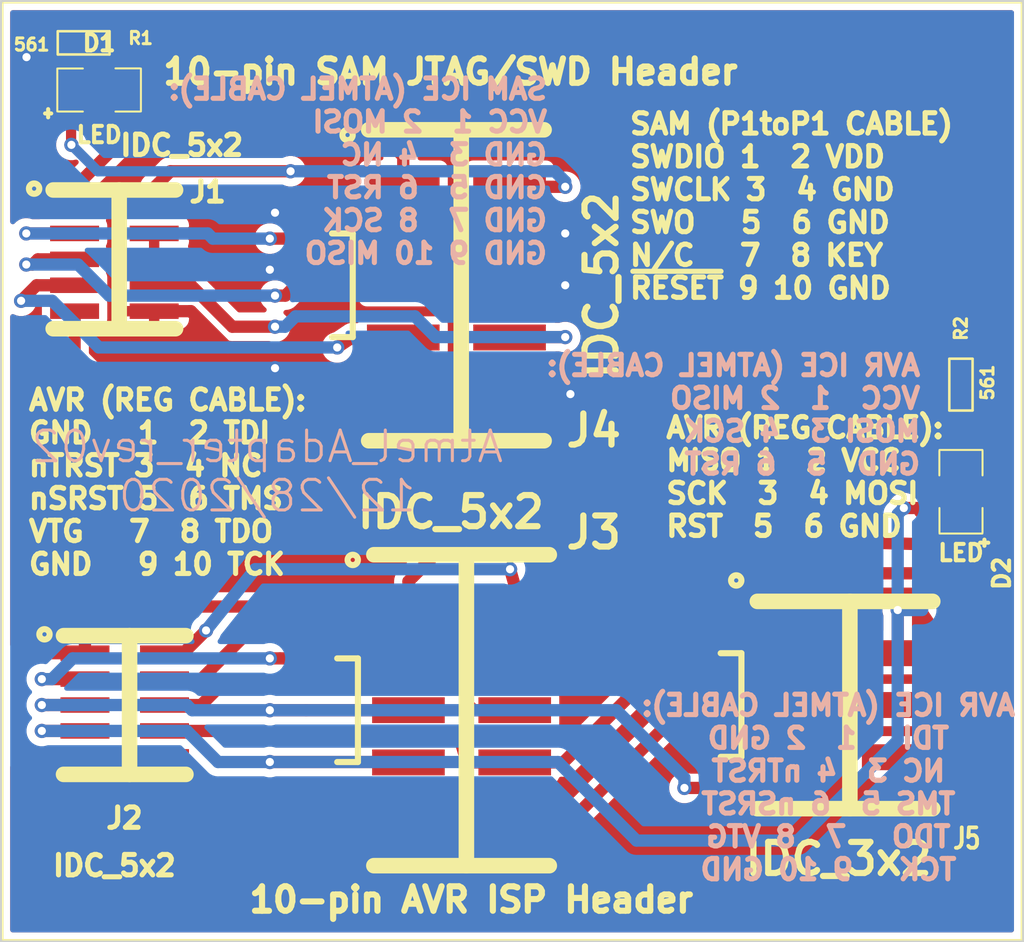
<source format=kicad_pcb>
(kicad_pcb (version 20171130) (host pcbnew 5.1.5-52549c5~86~ubuntu18.04.1)

  (general
    (thickness 1.6)
    (drawings 17)
    (tracks 251)
    (zones 0)
    (modules 9)
    (nets 20)
  )

  (page A)
  (layers
    (0 F.Cu signal)
    (31 B.Cu signal)
    (32 B.Adhes user)
    (33 F.Adhes user)
    (34 B.Paste user)
    (35 F.Paste user)
    (36 B.SilkS user)
    (37 F.SilkS user)
    (38 B.Mask user)
    (39 F.Mask user)
    (40 Dwgs.User user)
    (41 Cmts.User user)
    (42 Eco1.User user)
    (43 Eco2.User user)
    (44 Edge.Cuts user)
  )

  (setup
    (last_trace_width 0.5)
    (user_trace_width 0.25)
    (user_trace_width 0.3)
    (user_trace_width 0.5)
    (user_trace_width 0.6)
    (user_trace_width 0.8)
    (user_trace_width 1)
    (user_trace_width 2)
    (user_trace_width 3)
    (trace_clearance 0.08)
    (zone_clearance 0.4)
    (zone_45_only yes)
    (trace_min 0.1)
    (via_size 0.7)
    (via_drill 0.4)
    (via_min_size 0.7)
    (via_min_drill 0.4)
    (uvia_size 0.4)
    (uvia_drill 0.127)
    (uvias_allowed no)
    (uvia_min_size 0.4)
    (uvia_min_drill 0.127)
    (edge_width 0.1)
    (segment_width 0.5)
    (pcb_text_width 0.3)
    (pcb_text_size 1.5 1.5)
    (mod_edge_width 0.15)
    (mod_text_size 1 1)
    (mod_text_width 0.15)
    (pad_size 3 3)
    (pad_drill 3)
    (pad_to_mask_clearance 0)
    (pad_to_paste_clearance_ratio -0.1)
    (aux_axis_origin 0 0)
    (visible_elements 7FFFFFFF)
    (pcbplotparams
      (layerselection 0x010fc_ffffffff)
      (usegerberextensions true)
      (usegerberattributes false)
      (usegerberadvancedattributes false)
      (creategerberjobfile false)
      (excludeedgelayer true)
      (linewidth 0.050000)
      (plotframeref false)
      (viasonmask false)
      (mode 1)
      (useauxorigin false)
      (hpglpennumber 1)
      (hpglpenspeed 20)
      (hpglpendiameter 15.000000)
      (psnegative false)
      (psa4output false)
      (plotreference true)
      (plotvalue true)
      (plotinvisibletext false)
      (padsonsilk false)
      (subtractmaskfromsilk false)
      (outputformat 1)
      (mirror false)
      (drillshape 0)
      (scaleselection 1)
      (outputdirectory "PCB/"))
  )

  (net 0 "")
  (net 1 "Net-(D1-Pad2)")
  (net 2 pin8)
  (net 3 pin10)
  (net 4 pin9)
  (net 5 pin7)
  (net 6 pin1)
  (net 7 pin3)
  (net 8 pin5)
  (net 9 pin2)
  (net 10 apin2)
  (net 11 apin4)
  (net 12 apin6)
  (net 13 apin5)
  (net 14 apin3)
  (net 15 apin1)
  (net 16 apin7)
  (net 17 apin10)
  (net 18 apin8)
  (net 19 "Net-(D2-Pad2)")

  (net_class Default "This is the default net class."
    (clearance 0.08)
    (trace_width 0.25)
    (via_dia 0.7)
    (via_drill 0.4)
    (uvia_dia 0.4)
    (uvia_drill 0.127)
    (add_net "Net-(D1-Pad2)")
    (add_net "Net-(D2-Pad2)")
    (add_net apin1)
    (add_net apin10)
    (add_net apin2)
    (add_net apin3)
    (add_net apin4)
    (add_net apin5)
    (add_net apin6)
    (add_net apin7)
    (add_net apin8)
    (add_net pin1)
    (add_net pin10)
    (add_net pin2)
    (add_net pin3)
    (add_net pin5)
    (add_net pin7)
    (add_net pin8)
    (add_net pin9)
  )

  (module ted_connectors:TED_IDC_5x2_1.27pitch_SMD_nm (layer F.Cu) (tedit 5C92BF5A) (tstamp 5FA89CF2)
    (at 111.506 70.612 270)
    (path /5B479D63)
    (fp_text reference J1 (at -3.302 -4.572 180) (layer F.SilkS)
      (effects (font (size 1 1) (thickness 0.25)))
    )
    (fp_text value IDC_5x2 (at -5.588 -3.302 180) (layer F.SilkS)
      (effects (font (size 1 1) (thickness 0.25)))
    )
    (fp_circle (center -3.466 3.934) (end -3.212 3.934) (layer F.SilkS) (width 0.3))
    (fp_line (start 3.4 -3) (end 3.4 3) (layer F.SilkS) (width 0.762))
    (fp_line (start -3.4 3) (end -3.4 -3) (layer F.SilkS) (width 0.762))
    (fp_line (start -3.4 -0.236) (end 3.4 -0.236) (layer F.SilkS) (width 0.762))
    (pad 8 smd rect (at 1.27 -1.95 270) (size 0.76 2.4) (layers F.Cu F.Paste F.Mask)
      (net 2 pin8))
    (pad 10 smd rect (at 2.54 -1.95 270) (size 0.76 2.4) (layers F.Cu F.Paste F.Mask)
      (net 3 pin10))
    (pad 9 smd rect (at 2.54 1.95 270) (size 0.76 2.4) (layers F.Cu F.Paste F.Mask)
      (net 4 pin9))
    (pad 7 smd rect (at 1.27 1.95 270) (size 0.76 2.4) (layers F.Cu F.Paste F.Mask)
      (net 5 pin7))
    (pad 1 smd rect (at -2.54 1.95 270) (size 0.76 2.4) (layers F.Cu F.Paste F.Mask)
      (net 6 pin1))
    (pad 3 smd rect (at -1.27 1.95 270) (size 0.76 2.4) (layers F.Cu F.Paste F.Mask)
      (net 7 pin3))
    (pad 5 smd rect (at 0 1.95 270) (size 0.76 2.4) (layers F.Cu F.Paste F.Mask)
      (net 8 pin5))
    (pad 6 smd rect (at 0 -1.95 270) (size 0.76 2.4) (layers F.Cu F.Paste F.Mask)
      (net 3 pin10))
    (pad 4 smd rect (at -1.27 -1.95 270) (size 0.76 2.4) (layers F.Cu F.Paste F.Mask)
      (net 3 pin10))
    (pad 2 smd rect (at -2.54 -1.95 270) (size 0.76 2.4) (layers F.Cu F.Paste F.Mask)
      (net 9 pin2))
  )

  (module ted_connectors:TED_IDC_5x2_1.27pitch_SMD_nm (layer F.Cu) (tedit 5C92BF5A) (tstamp 5FA89D04)
    (at 112.014 92.456 270)
    (path /5FAD5723)
    (fp_text reference J2 (at 5.544 0.014 180) (layer F.SilkS)
      (effects (font (size 1 1) (thickness 0.25)))
    )
    (fp_text value IDC_5x2 (at 7.874 0.508 180) (layer F.SilkS)
      (effects (font (size 1 1) (thickness 0.25)))
    )
    (fp_line (start -3.4 -0.236) (end 3.4 -0.236) (layer F.SilkS) (width 0.762))
    (fp_line (start -3.4 3) (end -3.4 -3) (layer F.SilkS) (width 0.762))
    (fp_line (start 3.4 -3) (end 3.4 3) (layer F.SilkS) (width 0.762))
    (fp_circle (center -3.466 3.934) (end -3.212 3.934) (layer F.SilkS) (width 0.3))
    (pad 2 smd rect (at -2.54 -1.95 270) (size 0.76 2.4) (layers F.Cu F.Paste F.Mask)
      (net 10 apin2))
    (pad 4 smd rect (at -1.27 -1.95 270) (size 0.76 2.4) (layers F.Cu F.Paste F.Mask)
      (net 11 apin4))
    (pad 6 smd rect (at 0 -1.95 270) (size 0.76 2.4) (layers F.Cu F.Paste F.Mask)
      (net 12 apin6))
    (pad 5 smd rect (at 0 1.95 270) (size 0.76 2.4) (layers F.Cu F.Paste F.Mask)
      (net 13 apin5))
    (pad 3 smd rect (at -1.27 1.95 270) (size 0.76 2.4) (layers F.Cu F.Paste F.Mask)
      (net 14 apin3))
    (pad 1 smd rect (at -2.54 1.95 270) (size 0.76 2.4) (layers F.Cu F.Paste F.Mask)
      (net 15 apin1))
    (pad 7 smd rect (at 1.27 1.95 270) (size 0.76 2.4) (layers F.Cu F.Paste F.Mask)
      (net 16 apin7))
    (pad 9 smd rect (at 2.54 1.95 270) (size 0.76 2.4) (layers F.Cu F.Paste F.Mask)
      (net 15 apin1))
    (pad 10 smd rect (at 2.54 -1.95 270) (size 0.76 2.4) (layers F.Cu F.Paste F.Mask)
      (net 17 apin10))
    (pad 8 smd rect (at 1.27 -1.95 270) (size 0.76 2.4) (layers F.Cu F.Paste F.Mask)
      (net 18 apin8))
  )

  (module ted_connectors:TED_IDC_5x2_SMD (layer F.Cu) (tedit 5A0F71C2) (tstamp 5FA8E09E)
    (at 128.524 92.71 270)
    (path /5FAD5745)
    (fp_text reference J3 (at -8.71 -6.476 180) (layer F.SilkS)
      (effects (font (size 1.524 1.524) (thickness 0.3048)))
    )
    (fp_text value IDC_5x2 (at -9.71 0.524 180) (layer F.SilkS)
      (effects (font (size 1.524 1.524) (thickness 0.3048)))
    )
    (fp_line (start -7.62 -0.236) (end 7.62 -0.236) (layer F.SilkS) (width 0.762))
    (fp_line (start -7.62 4.3) (end -7.62 -4.3) (layer F.SilkS) (width 0.762))
    (fp_line (start 7.62 -4.3) (end 7.62 4.3) (layer F.SilkS) (width 0.762))
    (fp_circle (center -7.366 5.334) (end -7.112 5.334) (layer F.SilkS) (width 0.3))
    (fp_line (start 2.54 5.08) (end 2.54 6.096) (layer F.SilkS) (width 0.3))
    (fp_line (start -2.54 5.08) (end 2.54 5.08) (layer F.SilkS) (width 0.3))
    (fp_line (start -2.54 6.096) (end -2.54 5.08) (layer F.SilkS) (width 0.3))
    (pad 2 smd rect (at -5.08 -2.605 270) (size 1.27 3.56) (layers F.Cu F.Paste F.Mask)
      (net 10 apin2))
    (pad 4 smd rect (at -2.54 -2.605 270) (size 1.27 3.56) (layers F.Cu F.Paste F.Mask)
      (net 11 apin4))
    (pad 6 smd rect (at 0 -2.605 270) (size 1.27 3.56) (layers F.Cu F.Paste F.Mask)
      (net 12 apin6))
    (pad 5 smd rect (at 0 2.605 270) (size 1.27 3.56) (layers F.Cu F.Paste F.Mask)
      (net 13 apin5))
    (pad 3 smd rect (at -2.54 2.605 270) (size 1.27 3.56) (layers F.Cu F.Paste F.Mask)
      (net 14 apin3))
    (pad 1 smd rect (at -5.08 2.605 270) (size 1.27 3.56) (layers F.Cu F.Paste F.Mask)
      (net 15 apin1))
    (pad 7 smd rect (at 2.56 2.605 270) (size 1.27 3.56) (layers F.Cu F.Paste F.Mask)
      (net 16 apin7))
    (pad 9 smd rect (at 5.1 2.605 270) (size 1.27 3.56) (layers F.Cu F.Paste F.Mask)
      (net 15 apin1))
    (pad 10 smd rect (at 5.1 -2.605 270) (size 1.27 3.56) (layers F.Cu F.Paste F.Mask)
      (net 17 apin10))
    (pad 8 smd rect (at 2.56 -2.605 270) (size 1.27 3.56) (layers F.Cu F.Paste F.Mask)
      (net 18 apin8))
  )

  (module ted_connectors:TED_IDC_5x2_SMD (layer F.Cu) (tedit 5A0F71C2) (tstamp 5FA89D2E)
    (at 128.27 71.882 270)
    (path /5FACE4E5)
    (fp_text reference J4 (at 7.118 -6.73 180) (layer F.SilkS)
      (effects (font (size 1.524 1.524) (thickness 0.3048)))
    )
    (fp_text value IDC_5x2 (at 0 -7.112 270) (layer F.SilkS)
      (effects (font (size 1.524 1.524) (thickness 0.3048)))
    )
    (fp_line (start -2.54 6.096) (end -2.54 5.08) (layer F.SilkS) (width 0.3))
    (fp_line (start -2.54 5.08) (end 2.54 5.08) (layer F.SilkS) (width 0.3))
    (fp_line (start 2.54 5.08) (end 2.54 6.096) (layer F.SilkS) (width 0.3))
    (fp_circle (center -7.366 5.334) (end -7.112 5.334) (layer F.SilkS) (width 0.3))
    (fp_line (start 7.62 -4.3) (end 7.62 4.3) (layer F.SilkS) (width 0.762))
    (fp_line (start -7.62 4.3) (end -7.62 -4.3) (layer F.SilkS) (width 0.762))
    (fp_line (start -7.62 -0.236) (end 7.62 -0.236) (layer F.SilkS) (width 0.762))
    (pad 8 smd rect (at 2.56 -2.605 270) (size 1.27 3.56) (layers F.Cu F.Paste F.Mask)
      (net 2 pin8))
    (pad 10 smd rect (at 5.1 -2.605 270) (size 1.27 3.56) (layers F.Cu F.Paste F.Mask)
      (net 3 pin10))
    (pad 9 smd rect (at 5.1 2.605 270) (size 1.27 3.56) (layers F.Cu F.Paste F.Mask)
      (net 4 pin9))
    (pad 7 smd rect (at 2.56 2.605 270) (size 1.27 3.56) (layers F.Cu F.Paste F.Mask)
      (net 5 pin7))
    (pad 1 smd rect (at -5.08 2.605 270) (size 1.27 3.56) (layers F.Cu F.Paste F.Mask)
      (net 6 pin1))
    (pad 3 smd rect (at -2.54 2.605 270) (size 1.27 3.56) (layers F.Cu F.Paste F.Mask)
      (net 7 pin3))
    (pad 5 smd rect (at 0 2.605 270) (size 1.27 3.56) (layers F.Cu F.Paste F.Mask)
      (net 8 pin5))
    (pad 6 smd rect (at 0 -2.605 270) (size 1.27 3.56) (layers F.Cu F.Paste F.Mask)
      (net 3 pin10))
    (pad 4 smd rect (at -2.54 -2.605 270) (size 1.27 3.56) (layers F.Cu F.Paste F.Mask)
      (net 3 pin10))
    (pad 2 smd rect (at -5.08 -2.605 270) (size 1.27 3.56) (layers F.Cu F.Paste F.Mask)
      (net 9 pin2))
  )

  (module ted_connectors:TED_IDC_3x2_SMD (layer F.Cu) (tedit 5FA8D9FD) (tstamp 5FA8DD98)
    (at 147.32 92.456 270)
    (path /5FADD715)
    (fp_text reference J5 (at 6.544 -5.969 180) (layer F.SilkS)
      (effects (font (size 1 0.75) (thickness 0.1875)))
    )
    (fp_text value IDC_3x2 (at 7.544 0.32 180) (layer F.SilkS)
      (effects (font (size 1.524 1.524) (thickness 0.3048)))
    )
    (fp_line (start -2.54 6.096) (end -2.54 5.08) (layer F.SilkS) (width 0.3))
    (fp_line (start -2.54 5.08) (end 2.54 5.08) (layer F.SilkS) (width 0.3))
    (fp_line (start 2.54 5.08) (end 2.54 6.096) (layer F.SilkS) (width 0.3))
    (fp_circle (center -6.106 5.334) (end -5.852 5.334) (layer F.SilkS) (width 0.3))
    (fp_line (start 5.08 -4.3) (end 5.08 4.3) (layer F.SilkS) (width 0.762))
    (fp_line (start -5.08 4.3) (end -5.08 -4.3) (layer F.SilkS) (width 0.762))
    (fp_line (start -5.08 -0.236) (end 5.08 -0.236) (layer F.SilkS) (width 0.762))
    (pad 6 smd rect (at 2.56 -2.605 270) (size 1.27 3.56) (layers F.Cu F.Paste F.Mask)
      (net 15 apin1))
    (pad 5 smd rect (at 2.56 2.605 270) (size 1.27 3.56) (layers F.Cu F.Paste F.Mask)
      (net 13 apin5))
    (pad 1 smd rect (at -2.54 2.605 270) (size 1.27 3.56) (layers F.Cu F.Paste F.Mask)
      (net 18 apin8))
    (pad 3 smd rect (at 0 2.605 270) (size 1.27 3.56) (layers F.Cu F.Paste F.Mask)
      (net 17 apin10))
    (pad 4 smd rect (at 0 -2.605 270) (size 1.27 3.56) (layers F.Cu F.Paste F.Mask)
      (net 10 apin2))
    (pad 2 smd rect (at -2.54 -2.605 270) (size 1.27 3.56) (layers F.Cu F.Paste F.Mask)
      (net 16 apin7))
  )

  (module ted_led:TED_SM1206_LED (layer F.Cu) (tedit 5C16A5C5) (tstamp 5FA8EAF6)
    (at 110.76 62.31)
    (path /5FB0EC92)
    (attr smd)
    (fp_text reference D1 (at 0 -2.3) (layer F.SilkS)
      (effects (font (size 0.8 0.8) (thickness 0.2)))
    )
    (fp_text value LED (at 0 2.2) (layer F.SilkS)
      (effects (font (size 0.8 0.8) (thickness 0.2)))
    )
    (fp_line (start -2.65 1.15) (end -2.35 1.15) (layer F.SilkS) (width 0.2))
    (fp_line (start -2.5 0.94) (end -2.5 1.34) (layer F.SilkS) (width 0.2))
    (fp_line (start -0.8 1.05756) (end -2 1.05756) (layer F.SilkS) (width 0.09906))
    (fp_line (start -2.05184 1.05) (end -2.05184 -1.05) (layer F.SilkS) (width 0.09906))
    (fp_line (start -2 -1.05296) (end -0.8 -1.05296) (layer F.SilkS) (width 0.09906))
    (fp_line (start 0.8 -1.05804) (end 2 -1.05804) (layer F.SilkS) (width 0.09906))
    (fp_line (start 2.04676 -1.05) (end 2.04676 1.05) (layer F.SilkS) (width 0.09906))
    (fp_line (start 2 1.05788) (end 0.8 1.05788) (layer F.SilkS) (width 0.09906))
    (pad 1 smd rect (at -1.375 0) (size 1.25 2) (layers F.Cu F.Paste F.Mask)
      (net 9 pin2))
    (pad 2 smd rect (at 1.375 0) (size 1.25 2) (layers F.Cu F.Paste F.Mask)
      (net 1 "Net-(D1-Pad2)"))
    (model smd/chip_cms.wrl
      (at (xyz 0 0 0))
      (scale (xyz 0.1 0.1 0.1))
      (rotate (xyz 0 0 0))
    )
  )

  (module ted_led:TED_SM1206_LED (layer F.Cu) (tedit 5C16A5C5) (tstamp 5FA8EB04)
    (at 153 82 90)
    (path /5FB10E07)
    (attr smd)
    (fp_text reference D2 (at -4 2 90) (layer F.SilkS)
      (effects (font (size 0.8 0.8) (thickness 0.2)))
    )
    (fp_text value LED (at -3 0 180) (layer F.SilkS)
      (effects (font (size 0.8 0.8) (thickness 0.2)))
    )
    (fp_line (start 2 1.05788) (end 0.8 1.05788) (layer F.SilkS) (width 0.09906))
    (fp_line (start 2.04676 -1.05) (end 2.04676 1.05) (layer F.SilkS) (width 0.09906))
    (fp_line (start 0.8 -1.05804) (end 2 -1.05804) (layer F.SilkS) (width 0.09906))
    (fp_line (start -2 -1.05296) (end -0.8 -1.05296) (layer F.SilkS) (width 0.09906))
    (fp_line (start -2.05184 1.05) (end -2.05184 -1.05) (layer F.SilkS) (width 0.09906))
    (fp_line (start -0.8 1.05756) (end -2 1.05756) (layer F.SilkS) (width 0.09906))
    (fp_line (start -2.5 0.94) (end -2.5 1.34) (layer F.SilkS) (width 0.2))
    (fp_line (start -2.65 1.15) (end -2.35 1.15) (layer F.SilkS) (width 0.2))
    (pad 2 smd rect (at 1.375 0 90) (size 1.25 2) (layers F.Cu F.Paste F.Mask)
      (net 19 "Net-(D2-Pad2)"))
    (pad 1 smd rect (at -1.375 0 90) (size 1.25 2) (layers F.Cu F.Paste F.Mask)
      (net 16 apin7))
    (model smd/chip_cms.wrl
      (at (xyz 0 0 0))
      (scale (xyz 0.1 0.1 0.1))
      (rotate (xyz 0 0 0))
    )
  )

  (module ted_resistors:TED_SM0603_R (layer F.Cu) (tedit 590515EF) (tstamp 5FA8EB0E)
    (at 110 60 180)
    (descr "SMT resistor, 0603")
    (path /5FB0F91D)
    (fp_text reference R1 (at -2.79 0.23) (layer F.SilkS)
      (effects (font (size 0.6 0.6) (thickness 0.15)))
    )
    (fp_text value 561 (at 2.55 -0.09) (layer F.SilkS)
      (effects (font (size 0.6 0.6) (thickness 0.15)))
    )
    (fp_line (start -1.27 -0.57) (end -1.27 0.57) (layer F.SilkS) (width 0.127))
    (fp_line (start 1.27 -0.57) (end 1.27 0.57) (layer F.SilkS) (width 0.127))
    (fp_line (start -1.25 -0.57) (end 1.25 -0.57) (layer F.SilkS) (width 0.127))
    (fp_line (start 1.25 0.57) (end -1.25 0.57) (layer F.SilkS) (width 0.127))
    (pad 2 smd rect (at 0.75184 0 180) (size 0.89916 1.00076) (layers F.Cu F.Paste F.Mask)
      (net 3 pin10) (clearance 0.1))
    (pad 1 smd rect (at -0.75184 0 180) (size 0.89916 1.00076) (layers F.Cu F.Paste F.Mask)
      (net 1 "Net-(D1-Pad2)") (clearance 0.1))
    (model smd/capacitors/c_0603.wrl
      (at (xyz 0 0 0))
      (scale (xyz 1 1 1))
      (rotate (xyz 0 0 0))
    )
  )

  (module ted_resistors:TED_SM0603_R (layer F.Cu) (tedit 590515EF) (tstamp 5FA8EB18)
    (at 153 76.75184 90)
    (descr "SMT resistor, 0603")
    (path /5FB10E11)
    (fp_text reference R2 (at 2.75184 0 90) (layer F.SilkS)
      (effects (font (size 0.6 0.6) (thickness 0.15)))
    )
    (fp_text value 561 (at 0.1 1.3 90) (layer F.SilkS)
      (effects (font (size 0.6 0.6) (thickness 0.15)))
    )
    (fp_line (start 1.25 0.57) (end -1.25 0.57) (layer F.SilkS) (width 0.127))
    (fp_line (start -1.25 -0.57) (end 1.25 -0.57) (layer F.SilkS) (width 0.127))
    (fp_line (start 1.27 -0.57) (end 1.27 0.57) (layer F.SilkS) (width 0.127))
    (fp_line (start -1.27 -0.57) (end -1.27 0.57) (layer F.SilkS) (width 0.127))
    (pad 1 smd rect (at -0.75184 0 90) (size 0.89916 1.00076) (layers F.Cu F.Paste F.Mask)
      (net 19 "Net-(D2-Pad2)") (clearance 0.1))
    (pad 2 smd rect (at 0.75184 0 90) (size 0.89916 1.00076) (layers F.Cu F.Paste F.Mask)
      (net 15 apin1) (clearance 0.1))
    (model smd/capacitors/c_0603.wrl
      (at (xyz 0 0 0))
      (scale (xyz 1 1 1))
      (rotate (xyz 0 0 0))
    )
  )

  (gr_line (start 156.05 57.95) (end 105.95 57.95) (layer Edge.Cuts) (width 0.1) (tstamp 5FEAB64C))
  (gr_line (start 156.05 104.05) (end 156.05 57.95) (layer Edge.Cuts) (width 0.1))
  (gr_line (start 105.95 104.05) (end 156.05 104.05) (layer Edge.Cuts) (width 0.1))
  (gr_line (start 105.95 57.95) (end 105.95 104.05) (layer Edge.Cuts) (width 0.1))
  (gr_text "AVR ICE (ATMEL CABLE):\nVCC  1  2 MISO\nMOSI 3  4 SCK\nGND  5  6 RST" (at 151.13 78.232) (layer B.SilkS) (tstamp 5FAA1E81)
    (effects (font (size 1 1) (thickness 0.25)) (justify left mirror))
  )
  (gr_text "AVR (REG CABLE):\nMISO 1  2 VCC\nSCK  3  4 MOSI\nRST  5  6 GND" (at 138.43 81.28) (layer F.SilkS) (tstamp 5FAA1DC3)
    (effects (font (size 1 1) (thickness 0.25)) (justify left))
  )
  (gr_text "AVR ICE (ATMEL CABLE):\nTDI   1  2 GND\nNC 3  4 nTRST\nTMS 5  6 nSRST\nTDO   7  8 VTG\nTCK   9 10 GND" (at 146.5 96.5) (layer B.SilkS) (tstamp 5FAA1D55)
    (effects (font (size 1 1) (thickness 0.25)) (justify mirror))
  )
  (gr_text "SAM ICE (ATMEL CABLE):\nVCC 1  2 MOSI\nGND 3  4 NC\nGND 5  6 RST\nGND 7  8 SCK\nGND 9 10 MISO" (at 132.842 66.294) (layer B.SilkS) (tstamp 5FAA1C33)
    (effects (font (size 1 1) (thickness 0.25)) (justify left mirror))
  )
  (gr_text "Atmel_Adapter_rev02\n12/28/2020" (at 119 81) (layer B.SilkS)
    (effects (font (size 1.5 1.5) (thickness 0.15)) (justify mirror))
  )
  (gr_text "10-pin AVR ISP Header" (at 129 102) (layer F.SilkS) (tstamp 5FA8E427)
    (effects (font (size 1.2 1.2) (thickness 0.3)))
  )
  (gr_line (start 106 104) (end 106 58) (layer F.SilkS) (width 0.15))
  (gr_line (start 156 104) (end 106 104) (layer F.SilkS) (width 0.15))
  (gr_line (start 156 58) (end 156 104) (layer F.SilkS) (width 0.15))
  (gr_line (start 106 58) (end 156 58) (layer F.SilkS) (width 0.15))
  (gr_text "AVR (REG CABLE):\nGND   1  2 TDI\nnTRST 3  4 NC\nnSRST 5  6 TMS\nVTG   7  8 TDO\nGND   9 10 TCK" (at 107.188 81.534) (layer F.SilkS)
    (effects (font (size 1 1) (thickness 0.25)) (justify left))
  )
  (gr_text "SAM (P1toP1 CABLE)\nSWDIO 1  2 VDD\nSWCLK 3  4 GND\nSWO   5  6 GND\nN/C   7  8 KEY\n~RESET~ 9 10 GND" (at 136.652 68) (layer F.SilkS)
    (effects (font (size 1 1) (thickness 0.25)) (justify left))
  )
  (gr_text "10-pin SAM JTAG/SWD Header" (at 127.98 61.42) (layer F.SilkS)
    (effects (font (size 1.2 1.2) (thickness 0.3)))
  )

  (segment (start 111.80142 60) (end 112.19 60.38858) (width 0.6) (layer F.Cu) (net 1))
  (segment (start 110.75184 60) (end 111.80142 60) (width 0.6) (layer F.Cu) (net 1) (status 10))
  (segment (start 112.135 60.44358) (end 112.135 62.31) (width 0.6) (layer F.Cu) (net 1) (status 20))
  (segment (start 112.19 60.38858) (end 112.135 60.44358) (width 0.6) (layer F.Cu) (net 1))
  (segment (start 115.256 71.882) (end 117.288 73.914) (width 0.6) (layer F.Cu) (net 2))
  (segment (start 113.456 71.882) (end 115.256 71.882) (width 0.6) (layer F.Cu) (net 2) (status 10))
  (via (at 119.38 73.914) (size 0.7) (drill 0.4) (layers F.Cu B.Cu) (net 2))
  (segment (start 117.288 73.914) (end 119.38 73.914) (width 0.6) (layer F.Cu) (net 2))
  (segment (start 119.874974 73.914) (end 120.382974 73.406) (width 0.6) (layer B.Cu) (net 2))
  (segment (start 119.38 73.914) (end 119.874974 73.914) (width 0.6) (layer B.Cu) (net 2))
  (segment (start 120.382974 73.406) (end 126.238 73.406) (width 0.6) (layer B.Cu) (net 2))
  (segment (start 126.238 73.406) (end 127.254 74.422) (width 0.6) (layer B.Cu) (net 2))
  (via (at 133.604 74.422) (size 0.7) (drill 0.4) (layers F.Cu B.Cu) (net 2))
  (segment (start 127.254 74.422) (end 133.604 74.422) (width 0.6) (layer B.Cu) (net 2))
  (segment (start 130.895 74.422) (end 130.875 74.442) (width 0.6) (layer F.Cu) (net 2) (status 30))
  (segment (start 133.604 74.422) (end 130.895 74.422) (width 0.6) (layer F.Cu) (net 2) (status 20))
  (segment (start 115.256 73.152) (end 118.05 75.946) (width 0.6) (layer F.Cu) (net 3))
  (segment (start 113.456 73.152) (end 115.256 73.152) (width 0.6) (layer F.Cu) (net 3) (status 10))
  (via (at 119.38 75.946) (size 0.7) (drill 0.4) (layers F.Cu B.Cu) (net 3))
  (segment (start 118.05 75.946) (end 119.38 75.946) (width 0.6) (layer F.Cu) (net 3))
  (segment (start 119.38 75.946) (end 121.158 75.946) (width 0.6) (layer B.Cu) (net 3))
  (segment (start 121.158 75.946) (end 122.428 77.216) (width 0.6) (layer B.Cu) (net 3))
  (via (at 133.858 77.216) (size 0.7) (drill 0.4) (layers F.Cu B.Cu) (net 3))
  (segment (start 122.428 77.216) (end 133.858 77.216) (width 0.6) (layer B.Cu) (net 3))
  (segment (start 131.109 77.216) (end 130.875 76.982) (width 0.6) (layer F.Cu) (net 3) (status 30))
  (segment (start 133.858 77.216) (end 131.109 77.216) (width 0.6) (layer F.Cu) (net 3) (status 20))
  (segment (start 115.256 70.612) (end 115.764 71.12) (width 0.6) (layer F.Cu) (net 3))
  (segment (start 113.456 70.612) (end 115.256 70.612) (width 0.6) (layer F.Cu) (net 3) (status 10))
  (via (at 119.126 71.12) (size 0.7) (drill 0.4) (layers F.Cu B.Cu) (net 3))
  (segment (start 119.126 71.12) (end 119.620974 71.12) (width 0.6) (layer B.Cu) (net 3))
  (segment (start 119.620974 71.12) (end 126.492 71.12) (width 0.6) (layer B.Cu) (net 3))
  (segment (start 126.492 71.12) (end 127.254 71.882) (width 0.6) (layer B.Cu) (net 3))
  (via (at 133.604 71.882) (size 0.7) (drill 0.4) (layers F.Cu B.Cu) (net 3))
  (segment (start 127.254 71.882) (end 133.604 71.882) (width 0.6) (layer B.Cu) (net 3))
  (segment (start 133.604 71.882) (end 130.875 71.882) (width 0.6) (layer F.Cu) (net 3) (status 20))
  (segment (start 113.456 69.342) (end 116.332 69.342) (width 0.6) (layer F.Cu) (net 3) (status 10))
  (segment (start 116.332 69.342) (end 117.348 68.326) (width 0.6) (layer F.Cu) (net 3))
  (via (at 119.38 68.326) (size 0.7) (drill 0.4) (layers F.Cu B.Cu) (net 3))
  (segment (start 119.38 68.326) (end 123.19 68.326) (width 0.6) (layer B.Cu) (net 3))
  (segment (start 123.19 68.326) (end 124.206 69.342) (width 0.6) (layer B.Cu) (net 3))
  (via (at 133.604 69.342) (size 0.7) (drill 0.4) (layers F.Cu B.Cu) (net 3))
  (segment (start 124.206 69.342) (end 133.604 69.342) (width 0.6) (layer B.Cu) (net 3))
  (segment (start 133.604 69.342) (end 130.875 69.342) (width 0.6) (layer F.Cu) (net 3) (status 20))
  (segment (start 117.674 70.326) (end 117 71) (width 0.6) (layer F.Cu) (net 3))
  (segment (start 117 71) (end 119.126 71.12) (width 0.6) (layer F.Cu) (net 3))
  (segment (start 117.674 68.326) (end 119.38 68.326) (width 0.6) (layer F.Cu) (net 3))
  (segment (start 117.674 68.326) (end 117.674 70.326) (width 0.6) (layer F.Cu) (net 3))
  (segment (start 115.764 71.12) (end 117 71) (width 0.6) (layer F.Cu) (net 3))
  (segment (start 117.348 68.326) (end 117.674 68.326) (width 0.6) (layer F.Cu) (net 3))
  (segment (start 134.207999 76.866001) (end 134.633999 76.866001) (width 0.6) (layer F.Cu) (net 3))
  (segment (start 133.858 77.216) (end 134.207999 76.866001) (width 0.6) (layer F.Cu) (net 3))
  (segment (start 134.633999 76.866001) (end 135.5 76) (width 0.6) (layer F.Cu) (net 3))
  (segment (start 135.5 76) (end 135.5 73) (width 0.6) (layer F.Cu) (net 3))
  (segment (start 134.382 71.882) (end 133.604 71.882) (width 0.6) (layer F.Cu) (net 3))
  (segment (start 135.5 73) (end 134.382 71.882) (width 0.6) (layer F.Cu) (net 3))
  (via (at 107.2 60.7) (size 0.7) (drill 0.4) (layers F.Cu B.Cu) (net 3))
  (segment (start 109.24816 60) (end 107.9 60) (width 0.5) (layer F.Cu) (net 3))
  (segment (start 107.9 60) (end 107.2 60.7) (width 0.5) (layer F.Cu) (net 3))
  (segment (start 107.2 60.7) (end 107.2 65.85) (width 0.5) (layer B.Cu) (net 3))
  (segment (start 107.2 65.85) (end 108.75 67.4) (width 0.5) (layer B.Cu) (net 3))
  (segment (start 108.75 67.4) (end 117.15 67.4) (width 0.5) (layer B.Cu) (net 3))
  (segment (start 118.076 68.326) (end 119.38 68.326) (width 0.5) (layer B.Cu) (net 3))
  (segment (start 117.15 67.4) (end 118.076 68.326) (width 0.5) (layer B.Cu) (net 3))
  (segment (start 123.285 76.982) (end 123.265 76.962) (width 0.6) (layer F.Cu) (net 4))
  (segment (start 125.665 76.982) (end 123.285 76.982) (width 0.6) (layer F.Cu) (net 4) (status 10))
  (segment (start 123.265 76.962) (end 110.998 76.962) (width 0.6) (layer F.Cu) (net 4))
  (segment (start 109.556 75.52) (end 109.556 73.152) (width 0.6) (layer F.Cu) (net 4) (status 20))
  (segment (start 110.998 76.962) (end 109.556 75.52) (width 0.6) (layer F.Cu) (net 4))
  (segment (start 109.556 71.882) (end 107.696 71.882) (width 0.6) (layer F.Cu) (net 5) (status 10))
  (segment (start 107.696 71.882) (end 106.934 72.644) (width 0.6) (layer F.Cu) (net 5))
  (via (at 106.934 72.644) (size 0.7) (drill 0.4) (layers F.Cu B.Cu) (net 5))
  (segment (start 108.458 72.644) (end 106.934 72.644) (width 0.6) (layer B.Cu) (net 5))
  (segment (start 122.428 74.93) (end 123.19 74.422) (width 0.6) (layer F.Cu) (net 5))
  (via (at 122.428 74.93) (size 0.7) (drill 0.4) (layers F.Cu B.Cu) (net 5))
  (segment (start 123.19 74.422) (end 123.21 74.442) (width 0.6) (layer F.Cu) (net 5))
  (segment (start 123.21 74.442) (end 125.665 74.442) (width 0.6) (layer F.Cu) (net 5) (status 20))
  (segment (start 110.744 74.93) (end 108.458 72.644) (width 0.6) (layer B.Cu) (net 5))
  (segment (start 117.07 74.93) (end 110.744 74.93) (width 0.6) (layer B.Cu) (net 5))
  (segment (start 122.428 74.93) (end 117.07 74.93) (width 0.6) (layer B.Cu) (net 5))
  (segment (start 125.665 65.567) (end 125.665 66.802) (width 0.6) (layer F.Cu) (net 6) (status 20))
  (segment (start 124.36 64.262) (end 125.665 65.567) (width 0.6) (layer F.Cu) (net 6))
  (segment (start 112.386 64.262) (end 124.36 64.262) (width 0.6) (layer F.Cu) (net 6))
  (segment (start 109.556 67.092) (end 112.386 64.262) (width 0.6) (layer F.Cu) (net 6))
  (segment (start 109.556 68.072) (end 109.59 67.48) (width 0.6) (layer F.Cu) (net 6) (status 10))
  (segment (start 109.59 67.48) (end 109.556 67.092) (width 0.6) (layer F.Cu) (net 6))
  (segment (start 109.556 69.342) (end 107.188 69.342) (width 0.6) (layer F.Cu) (net 7) (status 10))
  (via (at 107.188 69.342) (size 0.7) (drill 0.4) (layers F.Cu B.Cu) (net 7))
  (segment (start 107.188 69.342) (end 116.078 69.342) (width 0.6) (layer B.Cu) (net 7))
  (segment (start 116.078 69.342) (end 116.332 69.596) (width 0.6) (layer B.Cu) (net 7))
  (via (at 119.126 69.596) (size 0.7) (drill 0.4) (layers F.Cu B.Cu) (net 7))
  (segment (start 116.332 69.596) (end 119.126 69.596) (width 0.6) (layer B.Cu) (net 7))
  (segment (start 119.126 69.596) (end 120.65 69.596) (width 0.6) (layer F.Cu) (net 7))
  (segment (start 120.904 69.342) (end 125.665 69.342) (width 0.6) (layer F.Cu) (net 7) (status 20))
  (segment (start 120.65 69.596) (end 120.904 69.342) (width 0.6) (layer F.Cu) (net 7))
  (segment (start 107.756 70.612) (end 107.502 70.866) (width 0.6) (layer F.Cu) (net 8))
  (segment (start 109.556 70.612) (end 107.756 70.612) (width 0.6) (layer F.Cu) (net 8) (status 10))
  (via (at 107.188 70.866) (size 0.7) (drill 0.4) (layers F.Cu B.Cu) (net 8))
  (segment (start 107.502 70.866) (end 107.188 70.866) (width 0.6) (layer F.Cu) (net 8))
  (segment (start 107.188 70.866) (end 109.728 70.866) (width 0.6) (layer B.Cu) (net 8))
  (segment (start 109.728 70.866) (end 111.252 72.39) (width 0.6) (layer B.Cu) (net 8))
  (via (at 119.38 72.39) (size 0.7) (drill 0.4) (layers F.Cu B.Cu) (net 8))
  (segment (start 111.252 72.39) (end 119.38 72.39) (width 0.6) (layer B.Cu) (net 8))
  (segment (start 119.38 72.39) (end 119.888 72.39) (width 0.6) (layer F.Cu) (net 8))
  (segment (start 120.396 71.882) (end 125.665 71.882) (width 0.6) (layer F.Cu) (net 8) (status 20))
  (segment (start 119.888 72.39) (end 120.396 71.882) (width 0.6) (layer F.Cu) (net 8))
  (segment (start 113.456 67.092) (end 114.254 66.294) (width 0.6) (layer F.Cu) (net 9))
  (segment (start 113.456 68.072) (end 113.456 67.092) (width 0.6) (layer F.Cu) (net 9) (status 10))
  (via (at 120.142 66.294) (size 0.7) (drill 0.4) (layers F.Cu B.Cu) (net 9))
  (segment (start 114.254 66.294) (end 120.142 66.294) (width 0.6) (layer F.Cu) (net 9))
  (segment (start 120.142 66.294) (end 133.096 66.294) (width 0.6) (layer B.Cu) (net 9))
  (via (at 133.604 67.056) (size 0.7) (drill 0.4) (layers F.Cu B.Cu) (net 9))
  (segment (start 133.096 66.294) (end 133.604 66.802) (width 0.6) (layer B.Cu) (net 9))
  (segment (start 133.604 66.802) (end 133.604 67.056) (width 0.6) (layer B.Cu) (net 9))
  (segment (start 131.129 67.056) (end 130.875 66.802) (width 0.6) (layer F.Cu) (net 9) (status 30))
  (segment (start 133.604 67.056) (end 131.129 67.056) (width 0.6) (layer F.Cu) (net 9) (status 20))
  (via (at 109.4 65) (size 0.7) (drill 0.4) (layers F.Cu B.Cu) (net 9))
  (segment (start 109.385 62.31) (end 109.385 64.985) (width 0.5) (layer F.Cu) (net 9))
  (segment (start 109.385 64.985) (end 109.4 65) (width 0.5) (layer F.Cu) (net 9))
  (segment (start 110.694 66.294) (end 120.142 66.294) (width 0.5) (layer B.Cu) (net 9))
  (segment (start 109.4 65) (end 110.694 66.294) (width 0.5) (layer B.Cu) (net 9))
  (segment (start 152.6 92.161) (end 152.305 92.456) (width 0.6) (layer F.Cu) (net 10))
  (segment (start 151 86) (end 152.6 88.4) (width 0.6) (layer F.Cu) (net 10))
  (segment (start 152.305 92.456) (end 149.925 92.456) (width 0.6) (layer F.Cu) (net 10) (status 20))
  (segment (start 152.6 88.4) (end 152.6 92.161) (width 0.6) (layer F.Cu) (net 10))
  (segment (start 131.129 87.63) (end 134.4 86) (width 0.6) (layer F.Cu) (net 10) (status 10))
  (segment (start 134.4 86) (end 151 86) (width 0.6) (layer F.Cu) (net 10))
  (segment (start 113.964 89.916) (end 114.884 89.916) (width 0.6) (layer F.Cu) (net 10) (status 30))
  (via (at 116 88.8) (size 0.7) (drill 0.4) (layers F.Cu B.Cu) (net 10))
  (segment (start 114.884 89.916) (end 116 88.8) (width 0.6) (layer F.Cu) (net 10) (status 10))
  (via (at 130.9 85.8) (size 0.7) (drill 0.4) (layers F.Cu B.Cu) (net 10))
  (segment (start 118.4 85.8) (end 116 88.8) (width 0.6) (layer B.Cu) (net 10))
  (segment (start 130.9 85.8) (end 118.4 85.8) (width 0.6) (layer B.Cu) (net 10))
  (segment (start 131.1 86.5) (end 131.129 87.63) (width 0.6) (layer F.Cu) (net 10) (status 20))
  (segment (start 130.9 85.8) (end 131.1 86.5) (width 0.6) (layer F.Cu) (net 10))
  (segment (start 113.964 91.186) (end 115.764 91.186) (width 0.6) (layer F.Cu) (net 11) (status 10))
  (segment (start 128.749 90.17) (end 131.129 90.17) (width 0.6) (layer F.Cu) (net 11) (status 20))
  (segment (start 115.764 91.186) (end 118.05 88.9) (width 0.6) (layer F.Cu) (net 11))
  (segment (start 118.05 88.9) (end 128.3 88.9) (width 0.6) (layer F.Cu) (net 11))
  (segment (start 128.7 90.121) (end 128.749 90.17) (width 0.6) (layer F.Cu) (net 11))
  (segment (start 128.7 89.3) (end 128.7 90.121) (width 0.6) (layer F.Cu) (net 11))
  (segment (start 128.3 88.9) (end 128.7 89.3) (width 0.6) (layer F.Cu) (net 11))
  (segment (start 115.764 92.456) (end 116.62 91.6) (width 0.6) (layer F.Cu) (net 12))
  (segment (start 113.964 92.456) (end 115.764 92.456) (width 0.6) (layer F.Cu) (net 12) (status 10))
  (segment (start 116.62 91.6) (end 123.1 91.6) (width 0.6) (layer F.Cu) (net 12))
  (segment (start 123.1 91.6) (end 123.3 91.4) (width 0.6) (layer F.Cu) (net 12))
  (segment (start 123.3 91.4) (end 128.3 91.4) (width 0.6) (layer F.Cu) (net 12))
  (segment (start 128.3 91.4) (end 128.8 91.9) (width 0.6) (layer F.Cu) (net 12))
  (segment (start 128.8 91.9) (end 128.8 92.4) (width 0.6) (layer F.Cu) (net 12))
  (segment (start 129.11 92.71) (end 131.129 92.71) (width 0.6) (layer F.Cu) (net 12) (status 20))
  (segment (start 128.8 92.4) (end 129.11 92.71) (width 0.6) (layer F.Cu) (net 12))
  (segment (start 110.064 92.456) (end 108.264 92.456) (width 0.6) (layer F.Cu) (net 13) (status 10))
  (via (at 107.95 92.456) (size 0.7) (drill 0.4) (layers F.Cu B.Cu) (net 13))
  (segment (start 108.264 92.456) (end 107.95 92.456) (width 0.6) (layer F.Cu) (net 13))
  (segment (start 107.95 92.456) (end 115.062 92.456) (width 0.6) (layer B.Cu) (net 13))
  (segment (start 115.062 92.456) (end 115.316 92.71) (width 0.6) (layer B.Cu) (net 13))
  (via (at 119.126 92.71) (size 0.7) (drill 0.4) (layers F.Cu B.Cu) (net 13))
  (segment (start 115.316 92.71) (end 119.126 92.71) (width 0.6) (layer B.Cu) (net 13))
  (segment (start 142.335 95.016) (end 140.831 96.52) (width 0.6) (layer F.Cu) (net 13))
  (via (at 139.446 96.52) (size 0.7) (drill 0.4) (layers F.Cu B.Cu) (net 13))
  (segment (start 140.831 96.52) (end 139.446 96.52) (width 0.6) (layer F.Cu) (net 13))
  (segment (start 139.446 96.52) (end 139.446 96.025026) (width 0.6) (layer B.Cu) (net 13))
  (segment (start 119.126 92.71) (end 120.904 92.71) (width 0.6) (layer F.Cu) (net 13))
  (segment (start 120.904 92.71) (end 125.919 92.71) (width 0.6) (layer F.Cu) (net 13) (status 20))
  (segment (start 142.335 95.016) (end 144.715 95.016) (width 0.6) (layer F.Cu) (net 13) (status 20))
  (segment (start 136.11 92.71) (end 136.6 93.2) (width 0.6) (layer B.Cu) (net 13))
  (segment (start 139.446 96.025026) (end 136.6 93.2) (width 0.6) (layer B.Cu) (net 13))
  (segment (start 119.126 92.71) (end 136.11 92.71) (width 0.6) (layer B.Cu) (net 13))
  (via (at 107.95 91.186) (size 0.7) (drill 0.4) (layers F.Cu B.Cu) (net 14))
  (segment (start 110.064 91.186) (end 107.95 91.186) (width 0.6) (layer F.Cu) (net 14) (status 10))
  (segment (start 108.444974 91.186) (end 109.460974 90.17) (width 0.6) (layer B.Cu) (net 14))
  (segment (start 107.95 91.186) (end 108.444974 91.186) (width 0.6) (layer B.Cu) (net 14))
  (segment (start 109.460974 90.17) (end 119.126 90.17) (width 0.6) (layer B.Cu) (net 14))
  (via (at 119.126 90.17) (size 0.7) (drill 0.4) (layers F.Cu B.Cu) (net 14))
  (segment (start 119.620974 90.17) (end 125.919 90.17) (width 0.6) (layer F.Cu) (net 14) (status 20))
  (segment (start 119.126 90.17) (end 119.620974 90.17) (width 0.6) (layer F.Cu) (net 14))
  (segment (start 149.945 94.996) (end 149.925 95.016) (width 0.6) (layer F.Cu) (net 15) (status 30))
  (segment (start 123.539 87.63) (end 125.919 87.63) (width 0.6) (layer F.Cu) (net 15) (status 20))
  (segment (start 111.37 87.63) (end 123.539 87.63) (width 0.6) (layer F.Cu) (net 15))
  (segment (start 110.064 88.936) (end 111.37 87.63) (width 0.6) (layer F.Cu) (net 15))
  (segment (start 110.064 89.916) (end 110.064 88.936) (width 0.6) (layer F.Cu) (net 15) (status 10))
  (segment (start 125.919 86.395) (end 127.732 84.582) (width 0.6) (layer F.Cu) (net 15))
  (segment (start 125.919 87.63) (end 125.919 86.395) (width 0.6) (layer F.Cu) (net 15) (status 10))
  (segment (start 151.384 84.582) (end 153.67 86.868) (width 0.6) (layer F.Cu) (net 15))
  (segment (start 125.919 99.045) (end 125.919 97.81) (width 0.6) (layer F.Cu) (net 15) (status 20))
  (segment (start 125.396 99.568) (end 125.919 99.045) (width 0.6) (layer F.Cu) (net 15))
  (segment (start 113.656 99.568) (end 125.396 99.568) (width 0.6) (layer F.Cu) (net 15))
  (segment (start 110.064 95.976) (end 113.656 99.568) (width 0.6) (layer F.Cu) (net 15))
  (segment (start 110.064 94.996) (end 110.064 95.976) (width 0.6) (layer F.Cu) (net 15) (status 10))
  (segment (start 153.67 91.37) (end 153.67 93.93) (width 0.6) (layer F.Cu) (net 15))
  (segment (start 153.67 86.868) (end 153.67 91.37) (width 0.6) (layer F.Cu) (net 15))
  (segment (start 152.584 95.016) (end 149.925 95.016) (width 0.6) (layer F.Cu) (net 15) (status 20))
  (segment (start 153.67 93.93) (end 152.584 95.016) (width 0.6) (layer F.Cu) (net 15))
  (segment (start 151.89962 76) (end 148.6 79.29962) (width 0.6) (layer F.Cu) (net 15))
  (segment (start 153 76) (end 151.89962 76) (width 0.6) (layer F.Cu) (net 15) (status 10))
  (segment (start 127.732 84.582) (end 148.6 84.5) (width 0.6) (layer F.Cu) (net 15))
  (segment (start 148.6 79.29962) (end 148.6 84.5) (width 0.6) (layer F.Cu) (net 15))
  (segment (start 148.6 84.5) (end 151.384 84.582) (width 0.6) (layer F.Cu) (net 15))
  (segment (start 110.064 89.916) (end 107.284 89.916) (width 0.6) (layer F.Cu) (net 15) (status 10))
  (segment (start 107.284 89.916) (end 106.9 90.3) (width 0.6) (layer F.Cu) (net 15))
  (segment (start 106.9 90.3) (end 106.9 94.7) (width 0.6) (layer F.Cu) (net 15))
  (segment (start 107.196 94.996) (end 110.064 94.996) (width 0.6) (layer F.Cu) (net 15) (status 20))
  (segment (start 106.9 94.7) (end 107.196 94.996) (width 0.6) (layer F.Cu) (net 15))
  (segment (start 110.064 93.726) (end 107.95 93.726) (width 0.6) (layer F.Cu) (net 16) (status 10))
  (via (at 107.95 93.726) (size 0.7) (drill 0.4) (layers F.Cu B.Cu) (net 16))
  (segment (start 107.95 93.726) (end 115.062 93.726) (width 0.6) (layer B.Cu) (net 16))
  (segment (start 115.062 93.726) (end 116.586 95.25) (width 0.6) (layer B.Cu) (net 16))
  (via (at 119.126 95.25) (size 0.7) (drill 0.4) (layers F.Cu B.Cu) (net 16))
  (segment (start 116.586 95.25) (end 119.126 95.25) (width 0.6) (layer B.Cu) (net 16))
  (segment (start 125.899 95.25) (end 125.919 95.27) (width 0.6) (layer F.Cu) (net 16) (status 30))
  (segment (start 119.126 95.25) (end 125.899 95.25) (width 0.6) (layer F.Cu) (net 16) (status 20))
  (segment (start 119.126 95.25) (end 133.25 95.25) (width 0.6) (layer B.Cu) (net 16))
  (segment (start 133.25 95.25) (end 137.1 99.1) (width 0.6) (layer B.Cu) (net 16))
  (segment (start 137.1 99.1) (end 145 99.1) (width 0.6) (layer B.Cu) (net 16))
  (via (at 149.9 87.8) (size 0.7) (drill 0.4) (layers F.Cu B.Cu) (net 16))
  (segment (start 145 99.1) (end 149.9 94.2) (width 0.6) (layer B.Cu) (net 16))
  (segment (start 149.9 94.2) (end 149.9 87.8) (width 0.6) (layer B.Cu) (net 16))
  (segment (start 149.9 89.891) (end 149.925 89.916) (width 0.6) (layer F.Cu) (net 16) (status 30))
  (segment (start 149.9 87.8) (end 149.9 89.891) (width 0.6) (layer F.Cu) (net 16) (status 20))
  (segment (start 149.9 87.8) (end 151.1 87.8) (width 0.6) (layer B.Cu) (net 16))
  (via (at 150.2 82.8) (size 0.7) (drill 0.4) (layers F.Cu B.Cu) (net 16))
  (segment (start 149.9 87.8) (end 149.9 83.1) (width 0.6) (layer B.Cu) (net 16))
  (segment (start 149.9 83.1) (end 150.2 82.8) (width 0.6) (layer B.Cu) (net 16))
  (segment (start 150.2 82.8) (end 151 82.8) (width 0.6) (layer F.Cu) (net 16))
  (segment (start 151 82.975) (end 151.4 83.375) (width 0.6) (layer F.Cu) (net 16))
  (segment (start 151.4 83.375) (end 153 83.375) (width 0.6) (layer F.Cu) (net 16) (status 20))
  (segment (start 151 82.8) (end 151 82.975) (width 0.6) (layer F.Cu) (net 16))
  (segment (start 142.335 92.456) (end 142.279 92.4) (width 0.6) (layer F.Cu) (net 17))
  (segment (start 144.715 92.456) (end 142.335 92.456) (width 0.6) (layer F.Cu) (net 17) (status 10))
  (segment (start 142.279 92.4) (end 139.6 92.4) (width 0.6) (layer F.Cu) (net 17))
  (segment (start 134.19 97.81) (end 131.129 97.81) (width 0.6) (layer F.Cu) (net 17) (status 20))
  (segment (start 139.6 92.4) (end 134.19 97.81) (width 0.6) (layer F.Cu) (net 17))
  (segment (start 128.749 97.81) (end 131.129 97.81) (width 0.6) (layer F.Cu) (net 17) (status 20))
  (segment (start 113.964 94.996) (end 113.964 95.976) (width 0.6) (layer F.Cu) (net 17) (status 10))
  (segment (start 113.964 95.976) (end 114.488 96.5) (width 0.6) (layer F.Cu) (net 17))
  (segment (start 114.488 96.5) (end 128.3 96.5) (width 0.6) (layer F.Cu) (net 17))
  (segment (start 128.7 96.9) (end 128.7 97.761) (width 0.6) (layer F.Cu) (net 17))
  (segment (start 128.3 96.5) (end 128.7 96.9) (width 0.6) (layer F.Cu) (net 17))
  (segment (start 128.7 97.761) (end 128.749 97.81) (width 0.6) (layer F.Cu) (net 17))
  (segment (start 144.461 90.17) (end 144.715 89.916) (width 0.6) (layer F.Cu) (net 18) (status 30))
  (segment (start 142.335 89.916) (end 144.715 89.916) (width 0.6) (layer F.Cu) (net 18) (status 20))
  (segment (start 138.863 89.916) (end 142.335 89.916) (width 0.6) (layer F.Cu) (net 18))
  (segment (start 133.509 95.27) (end 138.863 89.916) (width 0.6) (layer F.Cu) (net 18))
  (segment (start 131.129 95.27) (end 133.509 95.27) (width 0.6) (layer F.Cu) (net 18) (status 10))
  (segment (start 128.749 95.27) (end 131.129 95.27) (width 0.6) (layer F.Cu) (net 18) (status 20))
  (segment (start 118.326 93.726) (end 118.6 94) (width 0.6) (layer F.Cu) (net 18))
  (segment (start 128.4 94) (end 128.7 95) (width 0.6) (layer F.Cu) (net 18))
  (segment (start 118.6 94) (end 128.4 94) (width 0.6) (layer F.Cu) (net 18))
  (segment (start 113.964 93.726) (end 118.326 93.726) (width 0.6) (layer F.Cu) (net 18) (status 10))
  (segment (start 128.7 95) (end 128.7 95.221) (width 0.6) (layer F.Cu) (net 18))
  (segment (start 128.7 95.221) (end 128.749 95.27) (width 0.6) (layer F.Cu) (net 18))
  (segment (start 153 80.625) (end 153 77.50368) (width 0.6) (layer F.Cu) (net 19) (status 30))

  (zone (net 3) (net_name pin10) (layer F.Cu) (tstamp 5FECE53F) (hatch edge 0.508)
    (connect_pads (clearance 0.4))
    (min_thickness 0.254)
    (fill yes (arc_segments 32) (thermal_gap 0.508) (thermal_bridge_width 0.508))
    (polygon
      (pts
        (xy 155.95 103.95) (xy 106.05 103.95) (xy 105.95 58.05) (xy 155.95 58.05)
      )
    )
    (filled_polygon
      (pts
        (xy 155.473 103.473) (xy 106.527 103.473) (xy 106.527 95.496553) (xy 106.582495 95.552048) (xy 106.608394 95.583606)
        (xy 106.678026 95.640752) (xy 106.73432 95.686952) (xy 106.771738 95.706952) (xy 106.87799 95.763745) (xy 107.03388 95.811034)
        (xy 107.155376 95.823) (xy 107.155385 95.823) (xy 107.195999 95.827) (xy 107.236613 95.823) (xy 108.582325 95.823)
        (xy 108.66135 95.865239) (xy 108.76069 95.895374) (xy 108.864 95.905549) (xy 109.237001 95.905549) (xy 109.237001 95.935377)
        (xy 109.233 95.976) (xy 109.248967 96.13812) (xy 109.296256 96.29401) (xy 109.373048 96.437679) (xy 109.440608 96.52)
        (xy 109.476395 96.563606) (xy 109.507948 96.589501) (xy 113.042499 100.124053) (xy 113.068394 100.155606) (xy 113.099947 100.181501)
        (xy 113.099948 100.181502) (xy 113.19432 100.258952) (xy 113.271113 100.299998) (xy 113.33799 100.335745) (xy 113.49388 100.383034)
        (xy 113.615376 100.395) (xy 113.615385 100.395) (xy 113.655999 100.399) (xy 113.696613 100.395) (xy 125.355386 100.395)
        (xy 125.396 100.399) (xy 125.436614 100.395) (xy 125.436624 100.395) (xy 125.55812 100.383034) (xy 125.71401 100.335745)
        (xy 125.857679 100.258952) (xy 125.983606 100.155606) (xy 126.009505 100.124048) (xy 126.475054 99.6585) (xy 126.506606 99.632606)
        (xy 126.532503 99.601051) (xy 126.609952 99.50668) (xy 126.686744 99.363011) (xy 126.686745 99.36301) (xy 126.734034 99.20712)
        (xy 126.746 99.085624) (xy 126.746 99.085614) (xy 126.75 99.045) (xy 126.746 99.004386) (xy 126.746 98.974549)
        (xy 127.699 98.974549) (xy 127.80231 98.964374) (xy 127.90165 98.934239) (xy 127.993202 98.885304) (xy 128.073448 98.819448)
        (xy 128.139304 98.739202) (xy 128.188239 98.64765) (xy 128.218374 98.54831) (xy 128.227846 98.452142) (xy 128.234246 98.457394)
        (xy 128.287321 98.500952) (xy 128.43099 98.577745) (xy 128.58688 98.625034) (xy 128.708376 98.637) (xy 128.708388 98.637)
        (xy 128.748999 98.641) (xy 128.78961 98.637) (xy 128.85653 98.637) (xy 128.859761 98.64765) (xy 128.908696 98.739202)
        (xy 128.974552 98.819448) (xy 129.054798 98.885304) (xy 129.14635 98.934239) (xy 129.24569 98.964374) (xy 129.349 98.974549)
        (xy 132.909 98.974549) (xy 133.01231 98.964374) (xy 133.11165 98.934239) (xy 133.203202 98.885304) (xy 133.283448 98.819448)
        (xy 133.349304 98.739202) (xy 133.398239 98.64765) (xy 133.40147 98.637) (xy 134.149386 98.637) (xy 134.19 98.641)
        (xy 134.230614 98.637) (xy 134.230624 98.637) (xy 134.35212 98.625034) (xy 134.50801 98.577745) (xy 134.651679 98.500952)
        (xy 134.777606 98.397606) (xy 134.803505 98.366048) (xy 136.73593 96.433623) (xy 138.569 96.433623) (xy 138.569 96.606377)
        (xy 138.602703 96.775811) (xy 138.668813 96.935415) (xy 138.76479 97.079055) (xy 138.886945 97.20121) (xy 139.030585 97.297187)
        (xy 139.190189 97.363297) (xy 139.359623 97.397) (xy 139.532377 97.397) (xy 139.701811 97.363297) (xy 139.741156 97.347)
        (xy 140.790386 97.347) (xy 140.831 97.351) (xy 140.871614 97.347) (xy 140.871624 97.347) (xy 140.99312 97.335034)
        (xy 141.14901 97.287745) (xy 141.292679 97.210952) (xy 141.418606 97.107606) (xy 141.444505 97.076048) (xy 142.531052 95.989502)
        (xy 142.560552 96.025448) (xy 142.640798 96.091304) (xy 142.73235 96.140239) (xy 142.83169 96.170374) (xy 142.935 96.180549)
        (xy 146.495 96.180549) (xy 146.59831 96.170374) (xy 146.69765 96.140239) (xy 146.789202 96.091304) (xy 146.869448 96.025448)
        (xy 146.935304 95.945202) (xy 146.984239 95.85365) (xy 147.014374 95.75431) (xy 147.024549 95.651) (xy 147.024549 94.381)
        (xy 147.014374 94.27769) (xy 146.984239 94.17835) (xy 146.935304 94.086798) (xy 146.869448 94.006552) (xy 146.789202 93.940696)
        (xy 146.69765 93.891761) (xy 146.59831 93.861626) (xy 146.495 93.851451) (xy 142.935 93.851451) (xy 142.83169 93.861626)
        (xy 142.73235 93.891761) (xy 142.640798 93.940696) (xy 142.560552 94.006552) (xy 142.494696 94.086798) (xy 142.445761 94.17835)
        (xy 142.44253 94.189) (xy 142.375613 94.189) (xy 142.334999 94.185) (xy 142.294385 94.189) (xy 142.294376 94.189)
        (xy 142.17288 94.200966) (xy 142.01699 94.248255) (xy 141.993984 94.260552) (xy 141.873319 94.325048) (xy 141.781746 94.400202)
        (xy 141.747394 94.428394) (xy 141.721499 94.459947) (xy 140.488447 95.693) (xy 139.741156 95.693) (xy 139.701811 95.676703)
        (xy 139.532377 95.643) (xy 139.359623 95.643) (xy 139.190189 95.676703) (xy 139.030585 95.742813) (xy 138.886945 95.83879)
        (xy 138.76479 95.960945) (xy 138.668813 96.104585) (xy 138.602703 96.264189) (xy 138.569 96.433623) (xy 136.73593 96.433623)
        (xy 139.942555 93.227) (xy 142.02772 93.227) (xy 142.17288 93.271034) (xy 142.294376 93.283) (xy 142.294386 93.283)
        (xy 142.335 93.287) (xy 142.375614 93.283) (xy 142.44253 93.283) (xy 142.445761 93.29365) (xy 142.494696 93.385202)
        (xy 142.560552 93.465448) (xy 142.640798 93.531304) (xy 142.73235 93.580239) (xy 142.83169 93.610374) (xy 142.935 93.620549)
        (xy 146.495 93.620549) (xy 146.59831 93.610374) (xy 146.69765 93.580239) (xy 146.789202 93.531304) (xy 146.869448 93.465448)
        (xy 146.935304 93.385202) (xy 146.984239 93.29365) (xy 147.014374 93.19431) (xy 147.024549 93.091) (xy 147.024549 91.821)
        (xy 147.014374 91.71769) (xy 146.984239 91.61835) (xy 146.935304 91.526798) (xy 146.869448 91.446552) (xy 146.789202 91.380696)
        (xy 146.69765 91.331761) (xy 146.59831 91.301626) (xy 146.495 91.291451) (xy 142.935 91.291451) (xy 142.83169 91.301626)
        (xy 142.73235 91.331761) (xy 142.640798 91.380696) (xy 142.560552 91.446552) (xy 142.494696 91.526798) (xy 142.460468 91.590835)
        (xy 142.44112 91.584966) (xy 142.319624 91.573) (xy 142.319614 91.573) (xy 142.279 91.569) (xy 142.238386 91.573)
        (xy 139.64061 91.573) (xy 139.599999 91.569) (xy 139.559388 91.573) (xy 139.559376 91.573) (xy 139.43788 91.584966)
        (xy 139.28199 91.632255) (xy 139.17768 91.68801) (xy 139.138319 91.709049) (xy 139.043947 91.786498) (xy 139.043941 91.786504)
        (xy 139.012394 91.812394) (xy 138.986504 91.843941) (xy 133.847447 96.983) (xy 133.40147 96.983) (xy 133.398239 96.97235)
        (xy 133.349304 96.880798) (xy 133.283448 96.800552) (xy 133.203202 96.734696) (xy 133.11165 96.685761) (xy 133.01231 96.655626)
        (xy 132.909 96.645451) (xy 129.486996 96.645451) (xy 129.467745 96.58199) (xy 129.390952 96.438321) (xy 129.387856 96.434549)
        (xy 132.909 96.434549) (xy 133.01231 96.424374) (xy 133.11165 96.394239) (xy 133.203202 96.345304) (xy 133.283448 96.279448)
        (xy 133.349304 96.199202) (xy 133.398239 96.10765) (xy 133.40147 96.097) (xy 133.468386 96.097) (xy 133.509 96.101)
        (xy 133.549614 96.097) (xy 133.549624 96.097) (xy 133.67112 96.085034) (xy 133.82701 96.037745) (xy 133.970679 95.960952)
        (xy 134.096606 95.857606) (xy 134.122505 95.826048) (xy 139.205555 90.743) (xy 142.44253 90.743) (xy 142.445761 90.75365)
        (xy 142.494696 90.845202) (xy 142.560552 90.925448) (xy 142.640798 90.991304) (xy 142.73235 91.040239) (xy 142.83169 91.070374)
        (xy 142.935 91.080549) (xy 146.495 91.080549) (xy 146.59831 91.070374) (xy 146.69765 91.040239) (xy 146.789202 90.991304)
        (xy 146.869448 90.925448) (xy 146.935304 90.845202) (xy 146.984239 90.75365) (xy 147.014374 90.65431) (xy 147.024549 90.551)
        (xy 147.024549 89.281) (xy 147.014374 89.17769) (xy 146.984239 89.07835) (xy 146.935304 88.986798) (xy 146.869448 88.906552)
        (xy 146.789202 88.840696) (xy 146.69765 88.791761) (xy 146.59831 88.761626) (xy 146.495 88.751451) (xy 142.935 88.751451)
        (xy 142.83169 88.761626) (xy 142.73235 88.791761) (xy 142.640798 88.840696) (xy 142.560552 88.906552) (xy 142.494696 88.986798)
        (xy 142.445761 89.07835) (xy 142.44253 89.089) (xy 138.90361 89.089) (xy 138.862999 89.085) (xy 138.822388 89.089)
        (xy 138.822376 89.089) (xy 138.70088 89.100966) (xy 138.54499 89.148255) (xy 138.448093 89.200048) (xy 138.401319 89.225049)
        (xy 138.306947 89.302498) (xy 138.306941 89.302504) (xy 138.275394 89.328394) (xy 138.249504 89.359941) (xy 133.312948 94.296498)
        (xy 133.283448 94.260552) (xy 133.203202 94.194696) (xy 133.11165 94.145761) (xy 133.01231 94.115626) (xy 132.909 94.105451)
        (xy 129.349 94.105451) (xy 129.296597 94.110612) (xy 129.220426 93.85671) (xy 129.24569 93.864374) (xy 129.349 93.874549)
        (xy 132.909 93.874549) (xy 133.01231 93.864374) (xy 133.11165 93.834239) (xy 133.203202 93.785304) (xy 133.283448 93.719448)
        (xy 133.349304 93.639202) (xy 133.398239 93.54765) (xy 133.428374 93.44831) (xy 133.438549 93.345) (xy 133.438549 92.075)
        (xy 133.428374 91.97169) (xy 133.398239 91.87235) (xy 133.349304 91.780798) (xy 133.283448 91.700552) (xy 133.203202 91.634696)
        (xy 133.11165 91.585761) (xy 133.01231 91.555626) (xy 132.909 91.545451) (xy 129.548214 91.545451) (xy 129.495352 91.446552)
        (xy 129.490952 91.43832) (xy 129.44366 91.380696) (xy 129.405788 91.334549) (xy 132.909 91.334549) (xy 133.01231 91.324374)
        (xy 133.11165 91.294239) (xy 133.203202 91.245304) (xy 133.283448 91.179448) (xy 133.349304 91.099202) (xy 133.398239 91.00765)
        (xy 133.428374 90.90831) (xy 133.438549 90.805) (xy 133.438549 89.535) (xy 133.428374 89.43169) (xy 133.398239 89.33235)
        (xy 133.349304 89.240798) (xy 133.283448 89.160552) (xy 133.203202 89.094696) (xy 133.11165 89.045761) (xy 133.01231 89.015626)
        (xy 132.909 89.005451) (xy 129.474862 89.005451) (xy 129.467745 88.98199) (xy 129.390952 88.838321) (xy 129.355029 88.794549)
        (xy 132.909 88.794549) (xy 133.01231 88.784374) (xy 133.11165 88.754239) (xy 133.203202 88.705304) (xy 133.283448 88.639448)
        (xy 133.349304 88.559202) (xy 133.398239 88.46765) (xy 133.428374 88.36831) (xy 133.438549 88.265) (xy 133.438549 87.403102)
        (xy 134.594641 86.827) (xy 150.557404 86.827) (xy 151.773 88.650396) (xy 151.773 88.758148) (xy 151.705 88.751451)
        (xy 150.727 88.751451) (xy 150.727 88.095156) (xy 150.743297 88.055811) (xy 150.777 87.886377) (xy 150.777 87.713623)
        (xy 150.743297 87.544189) (xy 150.677187 87.384585) (xy 150.58121 87.240945) (xy 150.459055 87.11879) (xy 150.315415 87.022813)
        (xy 150.155811 86.956703) (xy 149.986377 86.923) (xy 149.813623 86.923) (xy 149.644189 86.956703) (xy 149.484585 87.022813)
        (xy 149.340945 87.11879) (xy 149.21879 87.240945) (xy 149.122813 87.384585) (xy 149.056703 87.544189) (xy 149.023 87.713623)
        (xy 149.023 87.886377) (xy 149.056703 88.055811) (xy 149.073 88.095156) (xy 149.073 88.751451) (xy 148.145 88.751451)
        (xy 148.04169 88.761626) (xy 147.94235 88.791761) (xy 147.850798 88.840696) (xy 147.770552 88.906552) (xy 147.704696 88.986798)
        (xy 147.655761 89.07835) (xy 147.625626 89.17769) (xy 147.615451 89.281) (xy 147.615451 90.551) (xy 147.625626 90.65431)
        (xy 147.655761 90.75365) (xy 147.704696 90.845202) (xy 147.770552 90.925448) (xy 147.850798 90.991304) (xy 147.94235 91.040239)
        (xy 148.04169 91.070374) (xy 148.145 91.080549) (xy 151.705 91.080549) (xy 151.773001 91.073852) (xy 151.773001 91.298148)
        (xy 151.705 91.291451) (xy 148.145 91.291451) (xy 148.04169 91.301626) (xy 147.94235 91.331761) (xy 147.850798 91.380696)
        (xy 147.770552 91.446552) (xy 147.704696 91.526798) (xy 147.655761 91.61835) (xy 147.625626 91.71769) (xy 147.615451 91.821)
        (xy 147.615451 93.091) (xy 147.625626 93.19431) (xy 147.655761 93.29365) (xy 147.704696 93.385202) (xy 147.770552 93.465448)
        (xy 147.850798 93.531304) (xy 147.94235 93.580239) (xy 148.04169 93.610374) (xy 148.145 93.620549) (xy 151.705 93.620549)
        (xy 151.80831 93.610374) (xy 151.90765 93.580239) (xy 151.999202 93.531304) (xy 152.079448 93.465448) (xy 152.145304 93.385202)
        (xy 152.194239 93.29365) (xy 152.19747 93.283) (xy 152.264386 93.283) (xy 152.305 93.287) (xy 152.345614 93.283)
        (xy 152.345624 93.283) (xy 152.46712 93.271034) (xy 152.62301 93.223745) (xy 152.766679 93.146952) (xy 152.843001 93.084316)
        (xy 152.843001 93.587445) (xy 152.241447 94.189) (xy 152.19747 94.189) (xy 152.194239 94.17835) (xy 152.145304 94.086798)
        (xy 152.079448 94.006552) (xy 151.999202 93.940696) (xy 151.90765 93.891761) (xy 151.80831 93.861626) (xy 151.705 93.851451)
        (xy 148.145 93.851451) (xy 148.04169 93.861626) (xy 147.94235 93.891761) (xy 147.850798 93.940696) (xy 147.770552 94.006552)
        (xy 147.704696 94.086798) (xy 147.655761 94.17835) (xy 147.625626 94.27769) (xy 147.615451 94.381) (xy 147.615451 95.651)
        (xy 147.625626 95.75431) (xy 147.655761 95.85365) (xy 147.704696 95.945202) (xy 147.770552 96.025448) (xy 147.850798 96.091304)
        (xy 147.94235 96.140239) (xy 148.04169 96.170374) (xy 148.145 96.180549) (xy 151.705 96.180549) (xy 151.80831 96.170374)
        (xy 151.90765 96.140239) (xy 151.999202 96.091304) (xy 152.079448 96.025448) (xy 152.145304 95.945202) (xy 152.194239 95.85365)
        (xy 152.19747 95.843) (xy 152.543386 95.843) (xy 152.584 95.847) (xy 152.624614 95.843) (xy 152.624624 95.843)
        (xy 152.74612 95.831034) (xy 152.90201 95.783745) (xy 153.045679 95.706952) (xy 153.171606 95.603606) (xy 153.197505 95.572048)
        (xy 154.226053 94.543501) (xy 154.257606 94.517606) (xy 154.294367 94.472813) (xy 154.360952 94.39168) (xy 154.417944 94.285055)
        (xy 154.437745 94.24801) (xy 154.485034 94.09212) (xy 154.497 93.970624) (xy 154.497 93.970614) (xy 154.501 93.93)
        (xy 154.497 93.889386) (xy 154.497 86.908613) (xy 154.501 86.867999) (xy 154.497 86.827385) (xy 154.497 86.827376)
        (xy 154.485034 86.70588) (xy 154.437745 86.54999) (xy 154.400659 86.480607) (xy 154.360952 86.406319) (xy 154.283502 86.311948)
        (xy 154.283501 86.311947) (xy 154.257606 86.280394) (xy 154.226054 86.2545) (xy 152.501102 84.529549) (xy 154 84.529549)
        (xy 154.10331 84.519374) (xy 154.20265 84.489239) (xy 154.294202 84.440304) (xy 154.374448 84.374448) (xy 154.440304 84.294202)
        (xy 154.489239 84.20265) (xy 154.519374 84.10331) (xy 154.529549 84) (xy 154.529549 82.75) (xy 154.519374 82.64669)
        (xy 154.489239 82.54735) (xy 154.440304 82.455798) (xy 154.374448 82.375552) (xy 154.294202 82.309696) (xy 154.20265 82.260761)
        (xy 154.10331 82.230626) (xy 154 82.220451) (xy 152 82.220451) (xy 151.89669 82.230626) (xy 151.79735 82.260761)
        (xy 151.705798 82.309696) (xy 151.682889 82.328497) (xy 151.587606 82.212394) (xy 151.461679 82.109048) (xy 151.31801 82.032255)
        (xy 151.16212 81.984966) (xy 151.040624 81.973) (xy 151 81.968999) (xy 150.959376 81.973) (xy 150.495156 81.973)
        (xy 150.455811 81.956703) (xy 150.286377 81.923) (xy 150.113623 81.923) (xy 149.944189 81.956703) (xy 149.784585 82.022813)
        (xy 149.640945 82.11879) (xy 149.51879 82.240945) (xy 149.427 82.378319) (xy 149.427 79.642173) (xy 151.970071 77.099104)
        (xy 151.970071 77.95326) (xy 151.980246 78.05657) (xy 152.010381 78.15591) (xy 152.059316 78.247462) (xy 152.125172 78.327708)
        (xy 152.173001 78.36696) (xy 152.173 79.470451) (xy 152 79.470451) (xy 151.89669 79.480626) (xy 151.79735 79.510761)
        (xy 151.705798 79.559696) (xy 151.625552 79.625552) (xy 151.559696 79.705798) (xy 151.510761 79.79735) (xy 151.480626 79.89669)
        (xy 151.470451 80) (xy 151.470451 81.25) (xy 151.480626 81.35331) (xy 151.510761 81.45265) (xy 151.559696 81.544202)
        (xy 151.625552 81.624448) (xy 151.705798 81.690304) (xy 151.79735 81.739239) (xy 151.89669 81.769374) (xy 152 81.779549)
        (xy 154 81.779549) (xy 154.10331 81.769374) (xy 154.20265 81.739239) (xy 154.294202 81.690304) (xy 154.374448 81.624448)
        (xy 154.440304 81.544202) (xy 154.489239 81.45265) (xy 154.519374 81.35331) (xy 154.529549 81.25) (xy 154.529549 80)
        (xy 154.519374 79.89669) (xy 154.489239 79.79735) (xy 154.440304 79.705798) (xy 154.374448 79.625552) (xy 154.294202 79.559696)
        (xy 154.20265 79.510761) (xy 154.10331 79.480626) (xy 154 79.470451) (xy 153.827 79.470451) (xy 153.827 78.366959)
        (xy 153.874828 78.327708) (xy 153.940684 78.247462) (xy 153.989619 78.15591) (xy 154.019754 78.05657) (xy 154.029929 77.95326)
        (xy 154.029929 77.0541) (xy 154.019754 76.95079) (xy 153.989619 76.85145) (xy 153.940684 76.759898) (xy 153.934071 76.75184)
        (xy 153.940684 76.743782) (xy 153.989619 76.65223) (xy 154.019754 76.55289) (xy 154.029929 76.44958) (xy 154.029929 75.55042)
        (xy 154.019754 75.44711) (xy 153.989619 75.34777) (xy 153.940684 75.256218) (xy 153.874828 75.175972) (xy 153.794582 75.110116)
        (xy 153.70303 75.061181) (xy 153.60369 75.031046) (xy 153.50038 75.020871) (xy 152.49962 75.020871) (xy 152.39631 75.031046)
        (xy 152.29697 75.061181) (xy 152.205418 75.110116) (xy 152.128793 75.173) (xy 151.94023 75.173) (xy 151.899619 75.169)
        (xy 151.859008 75.173) (xy 151.858996 75.173) (xy 151.7375 75.184966) (xy 151.58161 75.232255) (xy 151.505382 75.273)
        (xy 151.437939 75.309049) (xy 151.343567 75.386498) (xy 151.343561 75.386504) (xy 151.312014 75.412394) (xy 151.286124 75.443941)
        (xy 148.043952 78.686115) (xy 148.012394 78.712014) (xy 147.986498 78.743569) (xy 147.909048 78.837941) (xy 147.868002 78.914734)
        (xy 147.832255 78.981611) (xy 147.784966 79.137501) (xy 147.773 79.258997) (xy 147.773 79.259006) (xy 147.769 79.29962)
        (xy 147.773 79.340234) (xy 147.773001 83.676244) (xy 127.771002 83.754841) (xy 127.731999 83.751) (xy 127.689755 83.755161)
        (xy 127.688127 83.755167) (xy 127.649328 83.759142) (xy 127.569879 83.766967) (xy 127.56831 83.767443) (xy 127.566679 83.76761)
        (xy 127.490375 83.791084) (xy 127.413989 83.814256) (xy 127.412543 83.815029) (xy 127.410976 83.815511) (xy 127.340926 83.853308)
        (xy 127.270319 83.891048) (xy 127.269045 83.892094) (xy 127.26761 83.892868) (xy 127.206337 83.943558) (xy 127.175948 83.968498)
        (xy 127.17479 83.969656) (xy 127.14209 83.996708) (xy 127.117352 84.027094) (xy 125.362948 85.781499) (xy 125.331395 85.807394)
        (xy 125.3055 85.838947) (xy 125.305498 85.838949) (xy 125.228048 85.933321) (xy 125.151256 86.07699) (xy 125.103967 86.23288)
        (xy 125.088 86.395) (xy 125.092001 86.435623) (xy 125.092001 86.465451) (xy 124.139 86.465451) (xy 124.03569 86.475626)
        (xy 123.93635 86.505761) (xy 123.844798 86.554696) (xy 123.764552 86.620552) (xy 123.698696 86.700798) (xy 123.649761 86.79235)
        (xy 123.64653 86.803) (xy 111.410614 86.803) (xy 111.37 86.799) (xy 111.329386 86.803) (xy 111.329376 86.803)
        (xy 111.20788 86.814966) (xy 111.05199 86.862255) (xy 110.996921 86.89169) (xy 110.90832 86.939048) (xy 110.823691 87.008502)
        (xy 110.782394 87.042394) (xy 110.756499 87.073947) (xy 109.507948 88.322499) (xy 109.476395 88.348394) (xy 109.4505 88.379947)
        (xy 109.450498 88.379949) (xy 109.373048 88.474321) (xy 109.296256 88.61799) (xy 109.248967 88.77388) (xy 109.233 88.936)
        (xy 109.237001 88.976623) (xy 109.237001 89.006451) (xy 108.864 89.006451) (xy 108.76069 89.016626) (xy 108.66135 89.046761)
        (xy 108.582325 89.089) (xy 107.324613 89.089) (xy 107.283999 89.085) (xy 107.243385 89.089) (xy 107.243376 89.089)
        (xy 107.12188 89.100966) (xy 106.96599 89.148255) (xy 106.822321 89.225048) (xy 106.696394 89.328394) (xy 106.670495 89.359952)
        (xy 106.527 89.503447) (xy 106.527 73.424673) (xy 106.678189 73.487297) (xy 106.847623 73.521) (xy 107.020377 73.521)
        (xy 107.189811 73.487297) (xy 107.349415 73.421187) (xy 107.493055 73.32521) (xy 107.61521 73.203055) (xy 107.711187 73.059415)
        (xy 107.727485 73.020069) (xy 107.826451 72.921103) (xy 107.826451 73.532) (xy 107.836626 73.63531) (xy 107.866761 73.73465)
        (xy 107.915696 73.826202) (xy 107.981552 73.906448) (xy 108.061798 73.972304) (xy 108.15335 74.021239) (xy 108.25269 74.051374)
        (xy 108.356 74.061549) (xy 108.729001 74.061549) (xy 108.729 75.479386) (xy 108.725 75.52) (xy 108.729 75.560614)
        (xy 108.729 75.560623) (xy 108.740966 75.682119) (xy 108.788255 75.838009) (xy 108.788256 75.83801) (xy 108.865048 75.981679)
        (xy 108.873934 75.992506) (xy 108.968394 76.107606) (xy 108.999952 76.133505) (xy 110.384497 77.518051) (xy 110.410394 77.549606)
        (xy 110.441947 77.575501) (xy 110.441948 77.575502) (xy 110.53632 77.652952) (xy 110.573738 77.672952) (xy 110.67999 77.729745)
        (xy 110.83588 77.777034) (xy 110.957376 77.789) (xy 110.957386 77.789) (xy 110.998 77.793) (xy 111.038614 77.789)
        (xy 123.096396 77.789) (xy 123.12288 77.797034) (xy 123.244376 77.809) (xy 123.244385 77.809) (xy 123.284999 77.813)
        (xy 123.325613 77.809) (xy 123.39253 77.809) (xy 123.395761 77.81965) (xy 123.444696 77.911202) (xy 123.510552 77.991448)
        (xy 123.590798 78.057304) (xy 123.68235 78.106239) (xy 123.78169 78.136374) (xy 123.885 78.146549) (xy 127.445 78.146549)
        (xy 127.54831 78.136374) (xy 127.64765 78.106239) (xy 127.739202 78.057304) (xy 127.819448 77.991448) (xy 127.885304 77.911202)
        (xy 127.934239 77.81965) (xy 127.964374 77.72031) (xy 127.974549 77.617) (xy 128.456928 77.617) (xy 128.469188 77.741482)
        (xy 128.505498 77.86118) (xy 128.564463 77.971494) (xy 128.643815 78.068185) (xy 128.740506 78.147537) (xy 128.85082 78.206502)
        (xy 128.970518 78.242812) (xy 129.095 78.255072) (xy 130.58925 78.252) (xy 130.748 78.09325) (xy 130.748 77.109)
        (xy 131.002 77.109) (xy 131.002 78.09325) (xy 131.16075 78.252) (xy 132.655 78.255072) (xy 132.779482 78.242812)
        (xy 132.89918 78.206502) (xy 133.009494 78.147537) (xy 133.106185 78.068185) (xy 133.185537 77.971494) (xy 133.244502 77.86118)
        (xy 133.280812 77.741482) (xy 133.293072 77.617) (xy 133.29 77.26775) (xy 133.13125 77.109) (xy 131.002 77.109)
        (xy 130.748 77.109) (xy 128.61875 77.109) (xy 128.46 77.26775) (xy 128.456928 77.617) (xy 127.974549 77.617)
        (xy 127.974549 76.347) (xy 128.456928 76.347) (xy 128.46 76.69625) (xy 128.61875 76.855) (xy 130.748 76.855)
        (xy 130.748 75.87075) (xy 131.002 75.87075) (xy 131.002 76.855) (xy 133.13125 76.855) (xy 133.29 76.69625)
        (xy 133.293072 76.347) (xy 133.280812 76.222518) (xy 133.244502 76.10282) (xy 133.185537 75.992506) (xy 133.106185 75.895815)
        (xy 133.009494 75.816463) (xy 132.89918 75.757498) (xy 132.779482 75.721188) (xy 132.655 75.708928) (xy 131.16075 75.712)
        (xy 131.002 75.87075) (xy 130.748 75.87075) (xy 130.58925 75.712) (xy 129.095 75.708928) (xy 128.970518 75.721188)
        (xy 128.85082 75.757498) (xy 128.740506 75.816463) (xy 128.643815 75.895815) (xy 128.564463 75.992506) (xy 128.505498 76.10282)
        (xy 128.469188 76.222518) (xy 128.456928 76.347) (xy 127.974549 76.347) (xy 127.964374 76.24369) (xy 127.934239 76.14435)
        (xy 127.885304 76.052798) (xy 127.819448 75.972552) (xy 127.739202 75.906696) (xy 127.64765 75.857761) (xy 127.54831 75.827626)
        (xy 127.445 75.817451) (xy 123.885 75.817451) (xy 123.78169 75.827626) (xy 123.68235 75.857761) (xy 123.590798 75.906696)
        (xy 123.510552 75.972552) (xy 123.444696 76.052798) (xy 123.396001 76.143901) (xy 123.305624 76.135) (xy 123.305614 76.135)
        (xy 123.265 76.131) (xy 123.224386 76.135) (xy 111.340554 76.135) (xy 110.383 75.177447) (xy 110.383 74.843623)
        (xy 121.551 74.843623) (xy 121.551 75.016377) (xy 121.584703 75.185811) (xy 121.650813 75.345415) (xy 121.74679 75.489055)
        (xy 121.868945 75.61121) (xy 122.012585 75.707187) (xy 122.172189 75.773297) (xy 122.341623 75.807) (xy 122.514377 75.807)
        (xy 122.683811 75.773297) (xy 122.843415 75.707187) (xy 122.987055 75.61121) (xy 123.10921 75.489055) (xy 123.132423 75.454314)
        (xy 123.395535 75.278906) (xy 123.395761 75.27965) (xy 123.444696 75.371202) (xy 123.510552 75.451448) (xy 123.590798 75.517304)
        (xy 123.68235 75.566239) (xy 123.78169 75.596374) (xy 123.885 75.606549) (xy 127.445 75.606549) (xy 127.54831 75.596374)
        (xy 127.64765 75.566239) (xy 127.739202 75.517304) (xy 127.819448 75.451448) (xy 127.885304 75.371202) (xy 127.934239 75.27965)
        (xy 127.964374 75.18031) (xy 127.974549 75.077) (xy 127.974549 73.807) (xy 128.565451 73.807) (xy 128.565451 75.077)
        (xy 128.575626 75.18031) (xy 128.605761 75.27965) (xy 128.654696 75.371202) (xy 128.720552 75.451448) (xy 128.800798 75.517304)
        (xy 128.89235 75.566239) (xy 128.99169 75.596374) (xy 129.095 75.606549) (xy 132.655 75.606549) (xy 132.75831 75.596374)
        (xy 132.85765 75.566239) (xy 132.949202 75.517304) (xy 133.029448 75.451448) (xy 133.095304 75.371202) (xy 133.144239 75.27965)
        (xy 133.153537 75.249) (xy 133.308844 75.249) (xy 133.348189 75.265297) (xy 133.517623 75.299) (xy 133.690377 75.299)
        (xy 133.859811 75.265297) (xy 134.019415 75.199187) (xy 134.163055 75.10321) (xy 134.28521 74.981055) (xy 134.381187 74.837415)
        (xy 134.447297 74.677811) (xy 134.481 74.508377) (xy 134.481 74.335623) (xy 134.447297 74.166189) (xy 134.381187 74.006585)
        (xy 134.28521 73.862945) (xy 134.163055 73.74079) (xy 134.019415 73.644813) (xy 133.859811 73.578703) (xy 133.690377 73.545)
        (xy 133.517623 73.545) (xy 133.348189 73.578703) (xy 133.308844 73.595) (xy 133.139241 73.595) (xy 133.095304 73.512798)
        (xy 133.029448 73.432552) (xy 132.949202 73.366696) (xy 132.85765 73.317761) (xy 132.75831 73.287626) (xy 132.655 73.277451)
        (xy 129.095 73.277451) (xy 128.99169 73.287626) (xy 128.89235 73.317761) (xy 128.800798 73.366696) (xy 128.720552 73.432552)
        (xy 128.654696 73.512798) (xy 128.605761 73.60435) (xy 128.575626 73.70369) (xy 128.565451 73.807) (xy 127.974549 73.807)
        (xy 127.964374 73.70369) (xy 127.934239 73.60435) (xy 127.885304 73.512798) (xy 127.819448 73.432552) (xy 127.739202 73.366696)
        (xy 127.64765 73.317761) (xy 127.54831 73.287626) (xy 127.445 73.277451) (xy 123.885 73.277451) (xy 123.78169 73.287626)
        (xy 123.68235 73.317761) (xy 123.590798 73.366696) (xy 123.510552 73.432552) (xy 123.444696 73.512798) (xy 123.395761 73.60435)
        (xy 123.39253 73.615) (xy 123.378793 73.615) (xy 123.352972 73.607138) (xy 123.352543 73.607095) (xy 123.35212 73.606967)
        (xy 123.271169 73.598994) (xy 123.190868 73.591) (xy 123.190432 73.591043) (xy 123.19 73.591) (xy 123.109656 73.598913)
        (xy 123.028731 73.606798) (xy 123.028313 73.606924) (xy 123.02788 73.606967) (xy 122.951008 73.630286) (xy 122.872792 73.653923)
        (xy 122.872402 73.654131) (xy 122.87199 73.654256) (xy 122.80087 73.69227) (xy 122.765064 73.711361) (xy 122.764704 73.711601)
        (xy 122.728321 73.731048) (xy 122.697101 73.75667) (xy 122.21475 74.078237) (xy 122.172189 74.086703) (xy 122.012585 74.152813)
        (xy 121.868945 74.24879) (xy 121.74679 74.370945) (xy 121.650813 74.514585) (xy 121.584703 74.674189) (xy 121.551 74.843623)
        (xy 110.383 74.843623) (xy 110.383 74.061549) (xy 110.756 74.061549) (xy 110.85931 74.051374) (xy 110.95865 74.021239)
        (xy 111.050202 73.972304) (xy 111.130448 73.906448) (xy 111.196304 73.826202) (xy 111.245239 73.73465) (xy 111.275374 73.63531)
        (xy 111.285549 73.532) (xy 111.617928 73.532) (xy 111.630188 73.656482) (xy 111.666498 73.77618) (xy 111.725463 73.886494)
        (xy 111.804815 73.983185) (xy 111.901506 74.062537) (xy 112.01182 74.121502) (xy 112.131518 74.157812) (xy 112.256 74.170072)
        (xy 113.17025 74.167) (xy 113.329 74.00825) (xy 113.329 73.279) (xy 113.583 73.279) (xy 113.583 74.00825)
        (xy 113.74175 74.167) (xy 114.656 74.170072) (xy 114.780482 74.157812) (xy 114.90018 74.121502) (xy 115.010494 74.062537)
        (xy 115.107185 73.983185) (xy 115.186537 73.886494) (xy 115.245502 73.77618) (xy 115.281812 73.656482) (xy 115.294072 73.532)
        (xy 115.291 73.43775) (xy 115.13225 73.279) (xy 113.583 73.279) (xy 113.329 73.279) (xy 111.77975 73.279)
        (xy 111.621 73.43775) (xy 111.617928 73.532) (xy 111.285549 73.532) (xy 111.285549 72.772) (xy 111.275374 72.66869)
        (xy 111.245239 72.56935) (xy 111.217258 72.517) (xy 111.245239 72.46465) (xy 111.275374 72.36531) (xy 111.285549 72.262)
        (xy 111.285549 71.502) (xy 111.275374 71.39869) (xy 111.245239 71.29935) (xy 111.217258 71.247) (xy 111.245239 71.19465)
        (xy 111.275374 71.09531) (xy 111.285549 70.992) (xy 111.617928 70.992) (xy 111.630188 71.116482) (xy 111.666498 71.23618)
        (xy 111.725463 71.346494) (xy 111.745174 71.370512) (xy 111.736626 71.39869) (xy 111.726451 71.502) (xy 111.726451 72.262)
        (xy 111.736626 72.36531) (xy 111.745174 72.393488) (xy 111.725463 72.417506) (xy 111.666498 72.52782) (xy 111.630188 72.647518)
        (xy 111.617928 72.772) (xy 111.621 72.86625) (xy 111.77975 73.025) (xy 113.329 73.025) (xy 113.329 73.005)
        (xy 113.583 73.005) (xy 113.583 73.025) (xy 115.13225 73.025) (xy 115.180848 72.976402) (xy 116.674499 74.470053)
        (xy 116.700394 74.501606) (xy 116.731947 74.527501) (xy 116.731948 74.527502) (xy 116.82632 74.604952) (xy 116.903113 74.645998)
        (xy 116.96999 74.681745) (xy 117.12588 74.729034) (xy 117.247376 74.741) (xy 117.247386 74.741) (xy 117.288 74.745)
        (xy 117.328614 74.741) (xy 119.084844 74.741) (xy 119.124189 74.757297) (xy 119.293623 74.791) (xy 119.466377 74.791)
        (xy 119.635811 74.757297) (xy 119.795415 74.691187) (xy 119.939055 74.59521) (xy 120.06121 74.473055) (xy 120.157187 74.329415)
        (xy 120.223297 74.169811) (xy 120.257 74.000377) (xy 120.257 73.827623) (xy 120.223297 73.658189) (xy 120.157187 73.498585)
        (xy 120.06121 73.354945) (xy 119.939055 73.23279) (xy 119.917118 73.218132) (xy 119.928614 73.217) (xy 119.928624 73.217)
        (xy 120.05012 73.205034) (xy 120.20601 73.157745) (xy 120.349679 73.080952) (xy 120.475606 72.977606) (xy 120.501505 72.946048)
        (xy 120.738554 72.709) (xy 123.39253 72.709) (xy 123.395761 72.71965) (xy 123.444696 72.811202) (xy 123.510552 72.891448)
        (xy 123.590798 72.957304) (xy 123.68235 73.006239) (xy 123.78169 73.036374) (xy 123.885 73.046549) (xy 127.445 73.046549)
        (xy 127.54831 73.036374) (xy 127.64765 73.006239) (xy 127.739202 72.957304) (xy 127.819448 72.891448) (xy 127.885304 72.811202)
        (xy 127.934239 72.71965) (xy 127.964374 72.62031) (xy 127.974549 72.517) (xy 128.456928 72.517) (xy 128.469188 72.641482)
        (xy 128.505498 72.76118) (xy 128.564463 72.871494) (xy 128.643815 72.968185) (xy 128.740506 73.047537) (xy 128.85082 73.106502)
        (xy 128.970518 73.142812) (xy 129.095 73.155072) (xy 130.58925 73.152) (xy 130.748 72.99325) (xy 130.748 72.009)
        (xy 131.002 72.009) (xy 131.002 72.99325) (xy 131.16075 73.152) (xy 132.655 73.155072) (xy 132.779482 73.142812)
        (xy 132.89918 73.106502) (xy 133.009494 73.047537) (xy 133.106185 72.968185) (xy 133.185537 72.871494) (xy 133.244502 72.76118)
        (xy 133.280812 72.641482) (xy 133.293072 72.517) (xy 133.29 72.16775) (xy 133.13125 72.009) (xy 131.002 72.009)
        (xy 130.748 72.009) (xy 128.61875 72.009) (xy 128.46 72.16775) (xy 128.456928 72.517) (xy 127.974549 72.517)
        (xy 127.974549 71.247) (xy 127.964374 71.14369) (xy 127.934239 71.04435) (xy 127.885304 70.952798) (xy 127.819448 70.872552)
        (xy 127.739202 70.806696) (xy 127.64765 70.757761) (xy 127.54831 70.727626) (xy 127.445 70.717451) (xy 123.885 70.717451)
        (xy 123.78169 70.727626) (xy 123.68235 70.757761) (xy 123.590798 70.806696) (xy 123.510552 70.872552) (xy 123.444696 70.952798)
        (xy 123.395761 71.04435) (xy 123.39253 71.055) (xy 120.43661 71.055) (xy 120.395999 71.051) (xy 120.355388 71.055)
        (xy 120.355376 71.055) (xy 120.23388 71.066966) (xy 120.07799 71.114255) (xy 120.077988 71.114256) (xy 119.934319 71.191049)
        (xy 119.839949 71.268497) (xy 119.808394 71.294394) (xy 119.782499 71.325947) (xy 119.574032 71.534414) (xy 119.466377 71.513)
        (xy 119.293623 71.513) (xy 119.124189 71.546703) (xy 118.964585 71.612813) (xy 118.820945 71.70879) (xy 118.69879 71.830945)
        (xy 118.602813 71.974585) (xy 118.536703 72.134189) (xy 118.503 72.303623) (xy 118.503 72.476377) (xy 118.536703 72.645811)
        (xy 118.602813 72.805415) (xy 118.69879 72.949055) (xy 118.820945 73.07121) (xy 118.844576 73.087) (xy 117.630554 73.087)
        (xy 115.869505 71.325952) (xy 115.843606 71.294394) (xy 115.717679 71.191048) (xy 115.57401 71.114255) (xy 115.41812 71.066966)
        (xy 115.296624 71.055) (xy 115.296614 71.055) (xy 115.287951 71.054147) (xy 115.294072 70.992) (xy 115.291 70.89775)
        (xy 115.13225 70.739) (xy 113.583 70.739) (xy 113.583 70.759) (xy 113.329 70.759) (xy 113.329 70.739)
        (xy 111.77975 70.739) (xy 111.621 70.89775) (xy 111.617928 70.992) (xy 111.285549 70.992) (xy 111.285549 70.232)
        (xy 111.275374 70.12869) (xy 111.245239 70.02935) (xy 111.217258 69.977) (xy 111.245239 69.92465) (xy 111.275374 69.82531)
        (xy 111.285549 69.722) (xy 111.617928 69.722) (xy 111.630188 69.846482) (xy 111.666498 69.96618) (xy 111.672282 69.977)
        (xy 111.666498 69.98782) (xy 111.630188 70.107518) (xy 111.617928 70.232) (xy 111.621 70.32625) (xy 111.77975 70.485)
        (xy 113.329 70.485) (xy 113.329 69.469) (xy 113.583 69.469) (xy 113.583 70.485) (xy 115.13225 70.485)
        (xy 115.291 70.32625) (xy 115.294072 70.232) (xy 115.281812 70.107518) (xy 115.245502 69.98782) (xy 115.239718 69.977)
        (xy 115.245502 69.96618) (xy 115.281812 69.846482) (xy 115.294072 69.722) (xy 115.291 69.62775) (xy 115.172873 69.509623)
        (xy 118.249 69.509623) (xy 118.249 69.682377) (xy 118.282703 69.851811) (xy 118.348813 70.011415) (xy 118.44479 70.155055)
        (xy 118.566945 70.27721) (xy 118.710585 70.373187) (xy 118.870189 70.439297) (xy 119.039623 70.473) (xy 119.212377 70.473)
        (xy 119.381811 70.439297) (xy 119.421156 70.423) (xy 120.609386 70.423) (xy 120.65 70.427) (xy 120.690614 70.423)
        (xy 120.690624 70.423) (xy 120.81212 70.411034) (xy 120.96801 70.363745) (xy 121.111679 70.286952) (xy 121.237606 70.183606)
        (xy 121.249593 70.169) (xy 123.39253 70.169) (xy 123.395761 70.17965) (xy 123.444696 70.271202) (xy 123.510552 70.351448)
        (xy 123.590798 70.417304) (xy 123.68235 70.466239) (xy 123.78169 70.496374) (xy 123.885 70.506549) (xy 127.445 70.506549)
        (xy 127.54831 70.496374) (xy 127.64765 70.466239) (xy 127.739202 70.417304) (xy 127.819448 70.351448) (xy 127.885304 70.271202)
        (xy 127.934239 70.17965) (xy 127.964374 70.08031) (xy 127.974549 69.977) (xy 128.456928 69.977) (xy 128.469188 70.101482)
        (xy 128.505498 70.22118) (xy 128.564463 70.331494) (xy 128.643815 70.428185) (xy 128.740506 70.507537) (xy 128.85082 70.566502)
        (xy 128.970518 70.602812) (xy 129.063808 70.612) (xy 128.970518 70.621188) (xy 128.85082 70.657498) (xy 128.740506 70.716463)
        (xy 128.643815 70.795815) (xy 128.564463 70.892506) (xy 128.505498 71.00282) (xy 128.469188 71.122518) (xy 128.456928 71.247)
        (xy 128.46 71.59625) (xy 128.61875 71.755) (xy 130.748 71.755) (xy 130.748 70.77075) (xy 130.58925 70.612)
        (xy 130.748 70.45325) (xy 130.748 69.469) (xy 131.002 69.469) (xy 131.002 70.45325) (xy 131.16075 70.612)
        (xy 131.002 70.77075) (xy 131.002 71.755) (xy 133.13125 71.755) (xy 133.29 71.59625) (xy 133.293072 71.247)
        (xy 133.280812 71.122518) (xy 133.244502 71.00282) (xy 133.185537 70.892506) (xy 133.106185 70.795815) (xy 133.009494 70.716463)
        (xy 132.89918 70.657498) (xy 132.779482 70.621188) (xy 132.686192 70.612) (xy 132.779482 70.602812) (xy 132.89918 70.566502)
        (xy 133.009494 70.507537) (xy 133.106185 70.428185) (xy 133.185537 70.331494) (xy 133.244502 70.22118) (xy 133.280812 70.101482)
        (xy 133.293072 69.977) (xy 133.29 69.62775) (xy 133.13125 69.469) (xy 131.002 69.469) (xy 130.748 69.469)
        (xy 128.61875 69.469) (xy 128.46 69.62775) (xy 128.456928 69.977) (xy 127.974549 69.977) (xy 127.974549 68.707)
        (xy 128.456928 68.707) (xy 128.46 69.05625) (xy 128.61875 69.215) (xy 130.748 69.215) (xy 130.748 68.23075)
        (xy 131.002 68.23075) (xy 131.002 69.215) (xy 133.13125 69.215) (xy 133.29 69.05625) (xy 133.293072 68.707)
        (xy 133.280812 68.582518) (xy 133.244502 68.46282) (xy 133.185537 68.352506) (xy 133.106185 68.255815) (xy 133.009494 68.176463)
        (xy 132.89918 68.117498) (xy 132.779482 68.081188) (xy 132.655 68.068928) (xy 131.16075 68.072) (xy 131.002 68.23075)
        (xy 130.748 68.23075) (xy 130.58925 68.072) (xy 129.095 68.068928) (xy 128.970518 68.081188) (xy 128.85082 68.117498)
        (xy 128.740506 68.176463) (xy 128.643815 68.255815) (xy 128.564463 68.352506) (xy 128.505498 68.46282) (xy 128.469188 68.582518)
        (xy 128.456928 68.707) (xy 127.974549 68.707) (xy 127.964374 68.60369) (xy 127.934239 68.50435) (xy 127.885304 68.412798)
        (xy 127.819448 68.332552) (xy 127.739202 68.266696) (xy 127.64765 68.217761) (xy 127.54831 68.187626) (xy 127.445 68.177451)
        (xy 123.885 68.177451) (xy 123.78169 68.187626) (xy 123.68235 68.217761) (xy 123.590798 68.266696) (xy 123.510552 68.332552)
        (xy 123.444696 68.412798) (xy 123.395761 68.50435) (xy 123.39253 68.515) (xy 120.944613 68.515) (xy 120.903999 68.511)
        (xy 120.863385 68.515) (xy 120.863376 68.515) (xy 120.74188 68.526966) (xy 120.58599 68.574255) (xy 120.492364 68.624299)
        (xy 120.44232 68.651048) (xy 120.43045 68.66079) (xy 120.316394 68.754394) (xy 120.304407 68.769) (xy 119.421156 68.769)
        (xy 119.381811 68.752703) (xy 119.212377 68.719) (xy 119.039623 68.719) (xy 118.870189 68.752703) (xy 118.710585 68.818813)
        (xy 118.566945 68.91479) (xy 118.44479 69.036945) (xy 118.348813 69.180585) (xy 118.282703 69.340189) (xy 118.249 69.509623)
        (xy 115.172873 69.509623) (xy 115.13225 69.469) (xy 113.583 69.469) (xy 113.329 69.469) (xy 111.77975 69.469)
        (xy 111.621 69.62775) (xy 111.617928 69.722) (xy 111.285549 69.722) (xy 111.285549 68.962) (xy 111.617928 68.962)
        (xy 111.621 69.05625) (xy 111.77975 69.215) (xy 113.329 69.215) (xy 113.329 69.195) (xy 113.583 69.195)
        (xy 113.583 69.215) (xy 115.13225 69.215) (xy 115.291 69.05625) (xy 115.294072 68.962) (xy 115.281812 68.837518)
        (xy 115.245502 68.71782) (xy 115.186537 68.607506) (xy 115.166826 68.583488) (xy 115.175374 68.55531) (xy 115.185549 68.452)
        (xy 115.185549 67.692) (xy 115.175374 67.58869) (xy 115.145239 67.48935) (xy 115.096304 67.397798) (xy 115.030448 67.317552)
        (xy 114.950202 67.251696) (xy 114.85865 67.202761) (xy 114.75931 67.172626) (xy 114.656 67.162451) (xy 114.555103 67.162451)
        (xy 114.596554 67.121) (xy 119.846844 67.121) (xy 119.886189 67.137297) (xy 120.055623 67.171) (xy 120.228377 67.171)
        (xy 120.397811 67.137297) (xy 120.557415 67.071187) (xy 120.701055 66.97521) (xy 120.82321 66.853055) (xy 120.919187 66.709415)
        (xy 120.985297 66.549811) (xy 121.019 66.380377) (xy 121.019 66.207623) (xy 120.985297 66.038189) (xy 120.919187 65.878585)
        (xy 120.82321 65.734945) (xy 120.701055 65.61279) (xy 120.557415 65.516813) (xy 120.397811 65.450703) (xy 120.228377 65.417)
        (xy 120.055623 65.417) (xy 119.886189 65.450703) (xy 119.846844 65.467) (xy 114.29461 65.467) (xy 114.253999 65.463)
        (xy 114.213388 65.467) (xy 114.213376 65.467) (xy 114.09188 65.478966) (xy 113.93599 65.526255) (xy 113.887677 65.552079)
        (xy 113.792319 65.603049) (xy 113.697947 65.680498) (xy 113.697941 65.680504) (xy 113.666394 65.706394) (xy 113.640503 65.737942)
        (xy 112.899947 66.4785) (xy 112.868395 66.504394) (xy 112.8425 66.535947) (xy 112.842498 66.535949) (xy 112.765048 66.630321)
        (xy 112.688256 66.77399) (xy 112.640967 66.92988) (xy 112.625 67.092) (xy 112.629001 67.132623) (xy 112.629001 67.162451)
        (xy 112.256 67.162451) (xy 112.15269 67.172626) (xy 112.05335 67.202761) (xy 111.961798 67.251696) (xy 111.881552 67.317552)
        (xy 111.815696 67.397798) (xy 111.766761 67.48935) (xy 111.736626 67.58869) (xy 111.726451 67.692) (xy 111.726451 68.452)
        (xy 111.736626 68.55531) (xy 111.745174 68.583488) (xy 111.725463 68.607506) (xy 111.666498 68.71782) (xy 111.630188 68.837518)
        (xy 111.617928 68.962) (xy 111.285549 68.962) (xy 111.275374 68.85869) (xy 111.245239 68.75935) (xy 111.217258 68.707)
        (xy 111.245239 68.65465) (xy 111.275374 68.55531) (xy 111.285549 68.452) (xy 111.285549 67.692) (xy 111.275374 67.58869)
        (xy 111.245239 67.48935) (xy 111.196304 67.397798) (xy 111.130448 67.317552) (xy 111.050202 67.251696) (xy 110.95865 67.202761)
        (xy 110.85931 67.172626) (xy 110.756 67.162451) (xy 110.655102 67.162451) (xy 112.728555 65.089) (xy 124.017447 65.089)
        (xy 124.565897 65.637451) (xy 123.885 65.637451) (xy 123.78169 65.647626) (xy 123.68235 65.677761) (xy 123.590798 65.726696)
        (xy 123.510552 65.792552) (xy 123.444696 65.872798) (xy 123.395761 65.96435) (xy 123.365626 66.06369) (xy 123.355451 66.167)
        (xy 123.355451 67.437) (xy 123.365626 67.54031) (xy 123.395761 67.63965) (xy 123.444696 67.731202) (xy 123.510552 67.811448)
        (xy 123.590798 67.877304) (xy 123.68235 67.926239) (xy 123.78169 67.956374) (xy 123.885 67.966549) (xy 127.445 67.966549)
        (xy 127.54831 67.956374) (xy 127.64765 67.926239) (xy 127.739202 67.877304) (xy 127.819448 67.811448) (xy 127.885304 67.731202)
        (xy 127.934239 67.63965) (xy 127.964374 67.54031) (xy 127.974549 67.437) (xy 127.974549 66.167) (xy 128.565451 66.167)
        (xy 128.565451 67.437) (xy 128.575626 67.54031) (xy 128.605761 67.63965) (xy 128.654696 67.731202) (xy 128.720552 67.811448)
        (xy 128.800798 67.877304) (xy 128.89235 67.926239) (xy 128.99169 67.956374) (xy 129.095 67.966549) (xy 132.655 67.966549)
        (xy 132.75831 67.956374) (xy 132.85765 67.926239) (xy 132.938545 67.883) (xy 133.308844 67.883) (xy 133.348189 67.899297)
        (xy 133.517623 67.933) (xy 133.690377 67.933) (xy 133.859811 67.899297) (xy 134.019415 67.833187) (xy 134.163055 67.73721)
        (xy 134.28521 67.615055) (xy 134.381187 67.471415) (xy 134.447297 67.311811) (xy 134.481 67.142377) (xy 134.481 66.969623)
        (xy 134.447297 66.800189) (xy 134.381187 66.640585) (xy 134.28521 66.496945) (xy 134.163055 66.37479) (xy 134.019415 66.278813)
        (xy 133.859811 66.212703) (xy 133.690377 66.179) (xy 133.517623 66.179) (xy 133.348189 66.212703) (xy 133.308844 66.229)
        (xy 133.184549 66.229) (xy 133.184549 66.167) (xy 133.174374 66.06369) (xy 133.144239 65.96435) (xy 133.095304 65.872798)
        (xy 133.029448 65.792552) (xy 132.949202 65.726696) (xy 132.85765 65.677761) (xy 132.75831 65.647626) (xy 132.655 65.637451)
        (xy 129.095 65.637451) (xy 128.99169 65.647626) (xy 128.89235 65.677761) (xy 128.800798 65.726696) (xy 128.720552 65.792552)
        (xy 128.654696 65.872798) (xy 128.605761 65.96435) (xy 128.575626 66.06369) (xy 128.565451 66.167) (xy 127.974549 66.167)
        (xy 127.964374 66.06369) (xy 127.934239 65.96435) (xy 127.885304 65.872798) (xy 127.819448 65.792552) (xy 127.739202 65.726696)
        (xy 127.64765 65.677761) (xy 127.54831 65.647626) (xy 127.445 65.637451) (xy 126.492 65.637451) (xy 126.492 65.607614)
        (xy 126.496 65.567) (xy 126.492 65.526386) (xy 126.492 65.526376) (xy 126.480034 65.40488) (xy 126.432745 65.24899)
        (xy 126.381073 65.152318) (xy 126.355952 65.10532) (xy 126.278503 65.010948) (xy 126.278496 65.010941) (xy 126.252606 64.979394)
        (xy 126.221059 64.953504) (xy 124.973505 63.705952) (xy 124.947606 63.674394) (xy 124.821679 63.571048) (xy 124.67801 63.494255)
        (xy 124.52212 63.446966) (xy 124.400624 63.435) (xy 124.400614 63.435) (xy 124.36 63.431) (xy 124.319386 63.435)
        (xy 113.272794 63.435) (xy 113.279374 63.41331) (xy 113.289549 63.31) (xy 113.289549 61.31) (xy 113.279374 61.20669)
        (xy 113.249239 61.10735) (xy 113.200304 61.015798) (xy 113.134448 60.935552) (xy 113.054202 60.869696) (xy 112.96265 60.820761)
        (xy 112.962 60.820564) (xy 112.962 60.69256) (xy 113.005033 60.5507) (xy 113.021 60.388579) (xy 113.005033 60.226459)
        (xy 112.957744 60.070569) (xy 112.91035 59.981901) (xy 112.880952 59.9269) (xy 112.777606 59.800974) (xy 112.746046 59.775073)
        (xy 112.414925 59.443952) (xy 112.389026 59.412394) (xy 112.263099 59.309048) (xy 112.11943 59.232255) (xy 111.96354 59.184966)
        (xy 111.842044 59.173) (xy 111.842034 59.173) (xy 111.80142 59.169) (xy 111.760806 59.173) (xy 111.615119 59.173)
        (xy 111.575868 59.125172) (xy 111.495622 59.059316) (xy 111.40407 59.010381) (xy 111.30473 58.980246) (xy 111.20142 58.970071)
        (xy 110.30226 58.970071) (xy 110.19895 58.980246) (xy 110.101761 59.009729) (xy 110.052234 58.969083) (xy 109.94192 58.910118)
        (xy 109.822222 58.873808) (xy 109.69774 58.861548) (xy 109.53391 58.86462) (xy 109.37516 59.02337) (xy 109.37516 59.873)
        (xy 109.39516 59.873) (xy 109.39516 60.127) (xy 109.37516 60.127) (xy 109.37516 60.147) (xy 109.12116 60.147)
        (xy 109.12116 60.127) (xy 108.32233 60.127) (xy 108.16358 60.28575) (xy 108.160508 60.50038) (xy 108.172768 60.624862)
        (xy 108.209078 60.74456) (xy 108.268043 60.854874) (xy 108.347395 60.951565) (xy 108.362343 60.963832) (xy 108.319696 61.015798)
        (xy 108.270761 61.10735) (xy 108.240626 61.20669) (xy 108.230451 61.31) (xy 108.230451 63.31) (xy 108.240626 63.41331)
        (xy 108.270761 63.51265) (xy 108.319696 63.604202) (xy 108.385552 63.684448) (xy 108.465798 63.750304) (xy 108.55735 63.799239)
        (xy 108.608001 63.814604) (xy 108.608001 64.620345) (xy 108.556703 64.744189) (xy 108.523 64.913623) (xy 108.523 65.086377)
        (xy 108.556703 65.255811) (xy 108.622813 65.415415) (xy 108.71879 65.559055) (xy 108.840945 65.68121) (xy 108.984585 65.777187)
        (xy 109.144189 65.843297) (xy 109.313623 65.877) (xy 109.486377 65.877) (xy 109.630019 65.848427) (xy 108.97434 66.504107)
        (xy 108.919343 66.557932) (xy 108.893782 66.595309) (xy 108.865048 66.630321) (xy 108.847907 66.662391) (xy 108.827384 66.6924)
        (xy 108.809604 66.73405) (xy 108.788256 66.77399) (xy 108.777702 66.808783) (xy 108.763426 66.842224) (xy 108.754113 66.886544)
        (xy 108.740967 66.92988) (xy 108.737403 66.966063) (xy 108.729926 67.001647) (xy 108.729438 67.046938) (xy 108.725 67.092)
        (xy 108.731939 67.162451) (xy 108.356 67.162451) (xy 108.25269 67.172626) (xy 108.15335 67.202761) (xy 108.061798 67.251696)
        (xy 107.981552 67.317552) (xy 107.915696 67.397798) (xy 107.866761 67.48935) (xy 107.836626 67.58869) (xy 107.826451 67.692)
        (xy 107.826451 68.452) (xy 107.832656 68.515) (xy 107.483156 68.515) (xy 107.443811 68.498703) (xy 107.274377 68.465)
        (xy 107.101623 68.465) (xy 106.932189 68.498703) (xy 106.772585 68.564813) (xy 106.628945 68.66079) (xy 106.527 68.762735)
        (xy 106.527 59.49962) (xy 108.160508 59.49962) (xy 108.16358 59.71425) (xy 108.32233 59.873) (xy 109.12116 59.873)
        (xy 109.12116 59.02337) (xy 108.96241 58.86462) (xy 108.79858 58.861548) (xy 108.674098 58.873808) (xy 108.5544 58.910118)
        (xy 108.444086 58.969083) (xy 108.347395 59.048435) (xy 108.268043 59.145126) (xy 108.209078 59.25544) (xy 108.172768 59.375138)
        (xy 108.160508 59.49962) (xy 106.527 59.49962) (xy 106.527 58.527) (xy 155.473001 58.527)
      )
    )
  )
  (zone (net 3) (net_name pin10) (layer B.Cu) (tstamp 5FECE53C) (hatch edge 0.508)
    (connect_pads (clearance 0.4))
    (min_thickness 0.254)
    (fill yes (arc_segments 32) (thermal_gap 0.508) (thermal_bridge_width 0.508))
    (polygon
      (pts
        (xy 155.95 104) (xy 106.05 103.95) (xy 106.05 58.05) (xy 155.95 58.05)
      )
    )
    (filled_polygon
      (pts
        (xy 155.473 103.473) (xy 106.527 103.473) (xy 106.527 91.099623) (xy 107.073 91.099623) (xy 107.073 91.272377)
        (xy 107.106703 91.441811) (xy 107.172813 91.601415) (xy 107.26879 91.745055) (xy 107.344735 91.821) (xy 107.26879 91.896945)
        (xy 107.172813 92.040585) (xy 107.106703 92.200189) (xy 107.073 92.369623) (xy 107.073 92.542377) (xy 107.106703 92.711811)
        (xy 107.172813 92.871415) (xy 107.26879 93.015055) (xy 107.344735 93.091) (xy 107.26879 93.166945) (xy 107.172813 93.310585)
        (xy 107.106703 93.470189) (xy 107.073 93.639623) (xy 107.073 93.812377) (xy 107.106703 93.981811) (xy 107.172813 94.141415)
        (xy 107.26879 94.285055) (xy 107.390945 94.40721) (xy 107.534585 94.503187) (xy 107.694189 94.569297) (xy 107.863623 94.603)
        (xy 108.036377 94.603) (xy 108.205811 94.569297) (xy 108.245156 94.553) (xy 114.719447 94.553) (xy 115.972503 95.806058)
        (xy 115.998394 95.837606) (xy 116.029941 95.863496) (xy 116.029947 95.863502) (xy 116.124319 95.940951) (xy 116.124321 95.940952)
        (xy 116.26799 96.017745) (xy 116.42388 96.065034) (xy 116.545376 96.077) (xy 116.545388 96.077) (xy 116.585999 96.081)
        (xy 116.62661 96.077) (xy 118.830844 96.077) (xy 118.870189 96.093297) (xy 119.039623 96.127) (xy 119.212377 96.127)
        (xy 119.381811 96.093297) (xy 119.421156 96.077) (xy 132.907447 96.077) (xy 136.486499 99.656053) (xy 136.512394 99.687606)
        (xy 136.543947 99.713501) (xy 136.543948 99.713502) (xy 136.638319 99.790952) (xy 136.738407 99.84445) (xy 136.78199 99.867745)
        (xy 136.93788 99.915034) (xy 137.059376 99.927) (xy 137.059385 99.927) (xy 137.099999 99.931) (xy 137.140613 99.927)
        (xy 144.959386 99.927) (xy 145 99.931) (xy 145.040614 99.927) (xy 145.040624 99.927) (xy 145.16212 99.915034)
        (xy 145.31801 99.867745) (xy 145.461679 99.790952) (xy 145.587606 99.687606) (xy 145.613505 99.656048) (xy 150.45606 94.813495)
        (xy 150.487606 94.787606) (xy 150.513496 94.756059) (xy 150.513502 94.756053) (xy 150.590951 94.661681) (xy 150.640602 94.56879)
        (xy 150.667745 94.51801) (xy 150.715034 94.36212) (xy 150.727 94.240624) (xy 150.727 94.240612) (xy 150.731 94.200001)
        (xy 150.727 94.15939) (xy 150.727 88.627) (xy 151.140624 88.627) (xy 151.26212 88.615034) (xy 151.41801 88.567745)
        (xy 151.561679 88.490952) (xy 151.687606 88.387606) (xy 151.790952 88.261679) (xy 151.867745 88.11801) (xy 151.915034 87.96212)
        (xy 151.931001 87.8) (xy 151.915034 87.63788) (xy 151.867745 87.48199) (xy 151.790952 87.338321) (xy 151.687606 87.212394)
        (xy 151.561679 87.109048) (xy 151.41801 87.032255) (xy 151.26212 86.984966) (xy 151.140624 86.973) (xy 150.727 86.973)
        (xy 150.727 83.502628) (xy 150.759055 83.48121) (xy 150.88121 83.359055) (xy 150.977187 83.215415) (xy 151.043297 83.055811)
        (xy 151.077 82.886377) (xy 151.077 82.713623) (xy 151.043297 82.544189) (xy 150.977187 82.384585) (xy 150.88121 82.240945)
        (xy 150.759055 82.11879) (xy 150.615415 82.022813) (xy 150.455811 81.956703) (xy 150.286377 81.923) (xy 150.113623 81.923)
        (xy 149.944189 81.956703) (xy 149.784585 82.022813) (xy 149.640945 82.11879) (xy 149.51879 82.240945) (xy 149.422813 82.384585)
        (xy 149.406515 82.423932) (xy 149.343948 82.486499) (xy 149.312395 82.512394) (xy 149.2865 82.543947) (xy 149.286498 82.543949)
        (xy 149.209048 82.638321) (xy 149.132256 82.78199) (xy 149.084967 82.93788) (xy 149.069 83.1) (xy 149.073001 83.140624)
        (xy 149.073 87.504844) (xy 149.056703 87.544189) (xy 149.023 87.713623) (xy 149.023 87.886377) (xy 149.056703 88.055811)
        (xy 149.073001 88.095158) (xy 149.073 93.857445) (xy 144.657447 98.273) (xy 137.442554 98.273) (xy 133.863505 94.693952)
        (xy 133.837606 94.662394) (xy 133.711679 94.559048) (xy 133.56801 94.482255) (xy 133.41212 94.434966) (xy 133.290624 94.423)
        (xy 133.290614 94.423) (xy 133.25 94.419) (xy 133.209386 94.423) (xy 119.421156 94.423) (xy 119.381811 94.406703)
        (xy 119.212377 94.373) (xy 119.039623 94.373) (xy 118.870189 94.406703) (xy 118.830844 94.423) (xy 116.928555 94.423)
        (xy 116.042554 93.537) (xy 118.830844 93.537) (xy 118.870189 93.553297) (xy 119.039623 93.587) (xy 119.212377 93.587)
        (xy 119.381811 93.553297) (xy 119.421156 93.537) (xy 135.767447 93.537) (xy 135.987583 93.757137) (xy 135.988558 93.758316)
        (xy 136.016247 93.785801) (xy 136.043949 93.813503) (xy 136.045137 93.814478) (xy 138.587917 96.33852) (xy 138.569 96.433623)
        (xy 138.569 96.606377) (xy 138.602703 96.775811) (xy 138.668813 96.935415) (xy 138.76479 97.079055) (xy 138.886945 97.20121)
        (xy 139.030585 97.297187) (xy 139.190189 97.363297) (xy 139.359623 97.397) (xy 139.532377 97.397) (xy 139.701811 97.363297)
        (xy 139.861415 97.297187) (xy 140.005055 97.20121) (xy 140.12721 97.079055) (xy 140.223187 96.935415) (xy 140.289297 96.775811)
        (xy 140.323 96.606377) (xy 140.323 96.433623) (xy 140.289297 96.264189) (xy 140.273 96.224844) (xy 140.273 96.064101)
        (xy 140.276994 96.021952) (xy 140.268908 95.942849) (xy 140.261034 95.862906) (xy 140.260583 95.86142) (xy 140.260427 95.859892)
        (xy 140.237009 95.783708) (xy 140.213745 95.707016) (xy 140.213017 95.705654) (xy 140.212563 95.704177) (xy 140.174601 95.633783)
        (xy 140.136952 95.563347) (xy 140.135973 95.562154) (xy 140.135239 95.560793) (xy 140.084228 95.499102) (xy 140.033606 95.43742)
        (xy 140.000871 95.410555) (xy 137.183624 92.61407) (xy 136.723505 92.153952) (xy 136.697606 92.122394) (xy 136.571679 92.019048)
        (xy 136.42801 91.942255) (xy 136.27212 91.894966) (xy 136.150624 91.883) (xy 136.150614 91.883) (xy 136.11 91.879)
        (xy 136.069386 91.883) (xy 119.421156 91.883) (xy 119.381811 91.866703) (xy 119.212377 91.833) (xy 119.039623 91.833)
        (xy 118.870189 91.866703) (xy 118.830844 91.883) (xy 115.661593 91.883) (xy 115.649606 91.868394) (xy 115.523679 91.765048)
        (xy 115.38001 91.688255) (xy 115.22412 91.640966) (xy 115.102624 91.629) (xy 115.102614 91.629) (xy 115.062 91.625)
        (xy 115.021386 91.629) (xy 109.171527 91.629) (xy 109.803528 90.997) (xy 118.830844 90.997) (xy 118.870189 91.013297)
        (xy 119.039623 91.047) (xy 119.212377 91.047) (xy 119.381811 91.013297) (xy 119.541415 90.947187) (xy 119.685055 90.85121)
        (xy 119.80721 90.729055) (xy 119.903187 90.585415) (xy 119.969297 90.425811) (xy 120.003 90.256377) (xy 120.003 90.083623)
        (xy 119.969297 89.914189) (xy 119.903187 89.754585) (xy 119.80721 89.610945) (xy 119.685055 89.48879) (xy 119.541415 89.392813)
        (xy 119.381811 89.326703) (xy 119.212377 89.293) (xy 119.039623 89.293) (xy 118.870189 89.326703) (xy 118.830844 89.343)
        (xy 116.691938 89.343) (xy 116.777187 89.215415) (xy 116.831347 89.08466) (xy 118.797477 86.627) (xy 130.604844 86.627)
        (xy 130.644189 86.643297) (xy 130.813623 86.677) (xy 130.986377 86.677) (xy 131.155811 86.643297) (xy 131.315415 86.577187)
        (xy 131.459055 86.48121) (xy 131.58121 86.359055) (xy 131.677187 86.215415) (xy 131.743297 86.055811) (xy 131.777 85.886377)
        (xy 131.777 85.713623) (xy 131.743297 85.544189) (xy 131.677187 85.384585) (xy 131.58121 85.240945) (xy 131.459055 85.11879)
        (xy 131.315415 85.022813) (xy 131.155811 84.956703) (xy 130.986377 84.923) (xy 130.813623 84.923) (xy 130.644189 84.956703)
        (xy 130.604844 84.973) (xy 118.476237 84.973) (xy 118.471123 84.972049) (xy 118.394925 84.973) (xy 118.359376 84.973)
        (xy 118.354217 84.973508) (xy 118.308231 84.974082) (xy 118.273363 84.981471) (xy 118.23788 84.984966) (xy 118.193856 84.998321)
        (xy 118.148866 85.007855) (xy 118.116108 85.021905) (xy 118.08199 85.032255) (xy 118.04142 85.05394) (xy 117.999151 85.07207)
        (xy 117.96976 85.092243) (xy 117.938321 85.109048) (xy 117.902769 85.138225) (xy 117.864841 85.164258) (xy 117.839945 85.189783)
        (xy 117.812394 85.212394) (xy 117.78322 85.247942) (xy 117.779599 85.251655) (xy 117.757388 85.279419) (xy 117.709048 85.338321)
        (xy 117.706595 85.34291) (xy 115.53751 88.054268) (xy 115.440945 88.11879) (xy 115.31879 88.240945) (xy 115.222813 88.384585)
        (xy 115.156703 88.544189) (xy 115.123 88.713623) (xy 115.123 88.886377) (xy 115.156703 89.055811) (xy 115.222813 89.215415)
        (xy 115.308062 89.343) (xy 109.501588 89.343) (xy 109.460974 89.339) (xy 109.42036 89.343) (xy 109.42035 89.343)
        (xy 109.298854 89.354966) (xy 109.142964 89.402255) (xy 109.076087 89.438002) (xy 108.999294 89.479048) (xy 108.939732 89.52793)
        (xy 108.873368 89.582394) (xy 108.847473 89.613947) (xy 108.133168 90.328253) (xy 108.036377 90.309) (xy 107.863623 90.309)
        (xy 107.694189 90.342703) (xy 107.534585 90.408813) (xy 107.390945 90.50479) (xy 107.26879 90.626945) (xy 107.172813 90.770585)
        (xy 107.106703 90.930189) (xy 107.073 91.099623) (xy 106.527 91.099623) (xy 106.527 73.424673) (xy 106.678189 73.487297)
        (xy 106.847623 73.521) (xy 107.020377 73.521) (xy 107.189811 73.487297) (xy 107.229156 73.471) (xy 108.115447 73.471)
        (xy 110.130499 75.486053) (xy 110.156394 75.517606) (xy 110.187947 75.543501) (xy 110.187948 75.543502) (xy 110.282319 75.620952)
        (xy 110.382407 75.67445) (xy 110.42599 75.697745) (xy 110.58188 75.745034) (xy 110.703376 75.757) (xy 110.703385 75.757)
        (xy 110.743999 75.761) (xy 110.784613 75.757) (xy 122.132844 75.757) (xy 122.172189 75.773297) (xy 122.341623 75.807)
        (xy 122.514377 75.807) (xy 122.683811 75.773297) (xy 122.843415 75.707187) (xy 122.987055 75.61121) (xy 123.10921 75.489055)
        (xy 123.205187 75.345415) (xy 123.271297 75.185811) (xy 123.305 75.016377) (xy 123.305 74.843623) (xy 123.271297 74.674189)
        (xy 123.205187 74.514585) (xy 123.10921 74.370945) (xy 122.987055 74.24879) (xy 122.963424 74.233) (xy 125.895447 74.233)
        (xy 126.640499 74.978053) (xy 126.666394 75.009606) (xy 126.697947 75.035501) (xy 126.697948 75.035502) (xy 126.79232 75.112952)
        (xy 126.869113 75.153998) (xy 126.93599 75.189745) (xy 127.09188 75.237034) (xy 127.213376 75.249) (xy 127.213386 75.249)
        (xy 127.254 75.253) (xy 127.294614 75.249) (xy 133.308844 75.249) (xy 133.348189 75.265297) (xy 133.517623 75.299)
        (xy 133.690377 75.299) (xy 133.859811 75.265297) (xy 134.019415 75.199187) (xy 134.163055 75.10321) (xy 134.28521 74.981055)
        (xy 134.381187 74.837415) (xy 134.447297 74.677811) (xy 134.481 74.508377) (xy 134.481 74.335623) (xy 134.447297 74.166189)
        (xy 134.381187 74.006585) (xy 134.28521 73.862945) (xy 134.163055 73.74079) (xy 134.019415 73.644813) (xy 133.859811 73.578703)
        (xy 133.690377 73.545) (xy 133.517623 73.545) (xy 133.348189 73.578703) (xy 133.308844 73.595) (xy 127.596554 73.595)
        (xy 126.851505 72.849952) (xy 126.825606 72.818394) (xy 126.699679 72.715048) (xy 126.55601 72.638255) (xy 126.40012 72.590966)
        (xy 126.278624 72.579) (xy 126.278614 72.579) (xy 126.238 72.575) (xy 126.197386 72.579) (xy 120.423584 72.579)
        (xy 120.382973 72.575) (xy 120.342362 72.579) (xy 120.34235 72.579) (xy 120.234473 72.589625) (xy 120.257 72.476377)
        (xy 120.257 72.303623) (xy 120.223297 72.134189) (xy 120.157187 71.974585) (xy 120.06121 71.830945) (xy 119.939055 71.70879)
        (xy 119.795415 71.612813) (xy 119.635811 71.546703) (xy 119.466377 71.513) (xy 119.293623 71.513) (xy 119.124189 71.546703)
        (xy 119.084844 71.563) (xy 111.594555 71.563) (xy 110.341505 70.309952) (xy 110.315606 70.278394) (xy 110.189679 70.175048)
        (xy 110.178364 70.169) (xy 115.732407 70.169) (xy 115.744394 70.183606) (xy 115.787522 70.219) (xy 115.87032 70.286952)
        (xy 115.907725 70.306945) (xy 116.01399 70.363745) (xy 116.16988 70.411034) (xy 116.291376 70.423) (xy 116.291385 70.423)
        (xy 116.331999 70.427) (xy 116.372613 70.423) (xy 118.830844 70.423) (xy 118.870189 70.439297) (xy 119.039623 70.473)
        (xy 119.212377 70.473) (xy 119.381811 70.439297) (xy 119.541415 70.373187) (xy 119.685055 70.27721) (xy 119.80721 70.155055)
        (xy 119.903187 70.011415) (xy 119.969297 69.851811) (xy 120.003 69.682377) (xy 120.003 69.509623) (xy 119.969297 69.340189)
        (xy 119.903187 69.180585) (xy 119.80721 69.036945) (xy 119.685055 68.91479) (xy 119.541415 68.818813) (xy 119.381811 68.752703)
        (xy 119.212377 68.719) (xy 119.039623 68.719) (xy 118.870189 68.752703) (xy 118.830844 68.769) (xy 116.677593 68.769)
        (xy 116.665606 68.754394) (xy 116.539679 68.651048) (xy 116.39601 68.574255) (xy 116.24012 68.526966) (xy 116.118624 68.515)
        (xy 116.118614 68.515) (xy 116.078 68.511) (xy 116.037386 68.515) (xy 107.483156 68.515) (xy 107.443811 68.498703)
        (xy 107.274377 68.465) (xy 107.101623 68.465) (xy 106.932189 68.498703) (xy 106.772585 68.564813) (xy 106.628945 68.66079)
        (xy 106.527 68.762735) (xy 106.527 64.913623) (xy 108.523 64.913623) (xy 108.523 65.086377) (xy 108.556703 65.255811)
        (xy 108.622813 65.415415) (xy 108.71879 65.559055) (xy 108.840945 65.68121) (xy 108.984585 65.777187) (xy 109.144189 65.843297)
        (xy 109.14452 65.843363) (xy 110.117592 66.816436) (xy 110.14192 66.84608) (xy 110.171564 66.870408) (xy 110.171565 66.870409)
        (xy 110.260233 66.943177) (xy 110.395216 67.015327) (xy 110.541681 67.059757) (xy 110.655834 67.071) (xy 110.655843 67.071)
        (xy 110.693999 67.074758) (xy 110.732155 67.071) (xy 119.726305 67.071) (xy 119.726585 67.071187) (xy 119.886189 67.137297)
        (xy 120.055623 67.171) (xy 120.228377 67.171) (xy 120.397811 67.137297) (xy 120.437156 67.121) (xy 132.727 67.121)
        (xy 132.727 67.142377) (xy 132.760703 67.311811) (xy 132.826813 67.471415) (xy 132.92279 67.615055) (xy 133.044945 67.73721)
        (xy 133.188585 67.833187) (xy 133.348189 67.899297) (xy 133.517623 67.933) (xy 133.690377 67.933) (xy 133.859811 67.899297)
        (xy 134.019415 67.833187) (xy 134.163055 67.73721) (xy 134.28521 67.615055) (xy 134.381187 67.471415) (xy 134.447297 67.311811)
        (xy 134.481 67.142377) (xy 134.481 66.969623) (xy 134.447297 66.800189) (xy 134.430931 66.760679) (xy 134.419034 66.63988)
        (xy 134.371745 66.48399) (xy 134.351609 66.446318) (xy 134.294951 66.340319) (xy 134.217502 66.245948) (xy 134.217501 66.245947)
        (xy 134.191606 66.214394) (xy 134.160054 66.1885) (xy 133.709505 65.737952) (xy 133.683606 65.706394) (xy 133.557679 65.603048)
        (xy 133.41401 65.526255) (xy 133.25812 65.478966) (xy 133.136624 65.467) (xy 133.136614 65.467) (xy 133.096 65.463)
        (xy 133.055386 65.467) (xy 120.437156 65.467) (xy 120.397811 65.450703) (xy 120.228377 65.417) (xy 120.055623 65.417)
        (xy 119.886189 65.450703) (xy 119.726585 65.516813) (xy 119.726305 65.517) (xy 111.015844 65.517) (xy 110.243363 64.74452)
        (xy 110.243297 64.744189) (xy 110.177187 64.584585) (xy 110.08121 64.440945) (xy 109.959055 64.31879) (xy 109.815415 64.222813)
        (xy 109.655811 64.156703) (xy 109.486377 64.123) (xy 109.313623 64.123) (xy 109.144189 64.156703) (xy 108.984585 64.222813)
        (xy 108.840945 64.31879) (xy 108.71879 64.440945) (xy 108.622813 64.584585) (xy 108.556703 64.744189) (xy 108.523 64.913623)
        (xy 106.527 64.913623) (xy 106.527 58.527) (xy 155.473001 58.527)
      )
    )
  )
)

</source>
